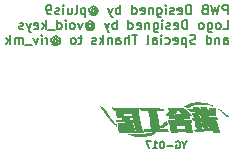
<source format=gbr>
G04 #@! TF.FileFunction,Legend,Bot*
%FSLAX46Y46*%
G04 Gerber Fmt 4.6, Leading zero omitted, Abs format (unit mm)*
G04 Created by KiCad (PCBNEW 4.0.1-stable) date 2017/09/04 6:08:59*
%MOMM*%
G01*
G04 APERTURE LIST*
%ADD10C,0.100000*%
%ADD11C,0.150000*%
%ADD12C,0.002540*%
%ADD13R,1.797000X1.797000*%
%ADD14C,1.797000*%
%ADD15R,1.924000X1.924000*%
%ADD16C,1.924000*%
%ADD17C,2.400000*%
%ADD18C,3.400000*%
%ADD19C,3.900000*%
G04 APERTURE END LIST*
D10*
D11*
X225628572Y-117285714D02*
X225628572Y-117571429D01*
X225828572Y-116971429D02*
X225628572Y-117285714D01*
X225428572Y-116971429D01*
X224914286Y-117000000D02*
X224971429Y-116971429D01*
X225057143Y-116971429D01*
X225142858Y-117000000D01*
X225200000Y-117057143D01*
X225228572Y-117114286D01*
X225257143Y-117228571D01*
X225257143Y-117314286D01*
X225228572Y-117428571D01*
X225200000Y-117485714D01*
X225142858Y-117542857D01*
X225057143Y-117571429D01*
X225000000Y-117571429D01*
X224914286Y-117542857D01*
X224885715Y-117514286D01*
X224885715Y-117314286D01*
X225000000Y-117314286D01*
X224628572Y-117342857D02*
X224171429Y-117342857D01*
X223771429Y-116971429D02*
X223714286Y-116971429D01*
X223657143Y-117000000D01*
X223628572Y-117028571D01*
X223600001Y-117085714D01*
X223571429Y-117200000D01*
X223571429Y-117342857D01*
X223600001Y-117457143D01*
X223628572Y-117514286D01*
X223657143Y-117542857D01*
X223714286Y-117571429D01*
X223771429Y-117571429D01*
X223828572Y-117542857D01*
X223857143Y-117514286D01*
X223885715Y-117457143D01*
X223914286Y-117342857D01*
X223914286Y-117200000D01*
X223885715Y-117085714D01*
X223857143Y-117028571D01*
X223828572Y-117000000D01*
X223771429Y-116971429D01*
X223000000Y-117571429D02*
X223342857Y-117571429D01*
X223171429Y-117571429D02*
X223171429Y-116971429D01*
X223228572Y-117057143D01*
X223285714Y-117114286D01*
X223342857Y-117142857D01*
X222800000Y-116971429D02*
X222400000Y-116971429D01*
X222657143Y-117571429D01*
X229309524Y-106191905D02*
X229309524Y-105391905D01*
X229004762Y-105391905D01*
X228928571Y-105430000D01*
X228890476Y-105468095D01*
X228852381Y-105544286D01*
X228852381Y-105658571D01*
X228890476Y-105734762D01*
X228928571Y-105772857D01*
X229004762Y-105810952D01*
X229309524Y-105810952D01*
X228585714Y-105391905D02*
X228395238Y-106191905D01*
X228242857Y-105620476D01*
X228090476Y-106191905D01*
X227900000Y-105391905D01*
X227328571Y-105772857D02*
X227214285Y-105810952D01*
X227176190Y-105849048D01*
X227138095Y-105925238D01*
X227138095Y-106039524D01*
X227176190Y-106115714D01*
X227214285Y-106153810D01*
X227290476Y-106191905D01*
X227595238Y-106191905D01*
X227595238Y-105391905D01*
X227328571Y-105391905D01*
X227252381Y-105430000D01*
X227214285Y-105468095D01*
X227176190Y-105544286D01*
X227176190Y-105620476D01*
X227214285Y-105696667D01*
X227252381Y-105734762D01*
X227328571Y-105772857D01*
X227595238Y-105772857D01*
X226185714Y-106191905D02*
X226185714Y-105391905D01*
X225995238Y-105391905D01*
X225880952Y-105430000D01*
X225804761Y-105506190D01*
X225766666Y-105582381D01*
X225728571Y-105734762D01*
X225728571Y-105849048D01*
X225766666Y-106001429D01*
X225804761Y-106077619D01*
X225880952Y-106153810D01*
X225995238Y-106191905D01*
X226185714Y-106191905D01*
X225080952Y-106153810D02*
X225157142Y-106191905D01*
X225309523Y-106191905D01*
X225385714Y-106153810D01*
X225423809Y-106077619D01*
X225423809Y-105772857D01*
X225385714Y-105696667D01*
X225309523Y-105658571D01*
X225157142Y-105658571D01*
X225080952Y-105696667D01*
X225042857Y-105772857D01*
X225042857Y-105849048D01*
X225423809Y-105925238D01*
X224738095Y-106153810D02*
X224661905Y-106191905D01*
X224509524Y-106191905D01*
X224433333Y-106153810D01*
X224395238Y-106077619D01*
X224395238Y-106039524D01*
X224433333Y-105963333D01*
X224509524Y-105925238D01*
X224623809Y-105925238D01*
X224700000Y-105887143D01*
X224738095Y-105810952D01*
X224738095Y-105772857D01*
X224700000Y-105696667D01*
X224623809Y-105658571D01*
X224509524Y-105658571D01*
X224433333Y-105696667D01*
X224052381Y-106191905D02*
X224052381Y-105658571D01*
X224052381Y-105391905D02*
X224090476Y-105430000D01*
X224052381Y-105468095D01*
X224014286Y-105430000D01*
X224052381Y-105391905D01*
X224052381Y-105468095D01*
X223328572Y-105658571D02*
X223328572Y-106306190D01*
X223366667Y-106382381D01*
X223404762Y-106420476D01*
X223480953Y-106458571D01*
X223595238Y-106458571D01*
X223671429Y-106420476D01*
X223328572Y-106153810D02*
X223404762Y-106191905D01*
X223557143Y-106191905D01*
X223633334Y-106153810D01*
X223671429Y-106115714D01*
X223709524Y-106039524D01*
X223709524Y-105810952D01*
X223671429Y-105734762D01*
X223633334Y-105696667D01*
X223557143Y-105658571D01*
X223404762Y-105658571D01*
X223328572Y-105696667D01*
X222947619Y-105658571D02*
X222947619Y-106191905D01*
X222947619Y-105734762D02*
X222909524Y-105696667D01*
X222833333Y-105658571D01*
X222719047Y-105658571D01*
X222642857Y-105696667D01*
X222604762Y-105772857D01*
X222604762Y-106191905D01*
X221919047Y-106153810D02*
X221995237Y-106191905D01*
X222147618Y-106191905D01*
X222223809Y-106153810D01*
X222261904Y-106077619D01*
X222261904Y-105772857D01*
X222223809Y-105696667D01*
X222147618Y-105658571D01*
X221995237Y-105658571D01*
X221919047Y-105696667D01*
X221880952Y-105772857D01*
X221880952Y-105849048D01*
X222261904Y-105925238D01*
X221195238Y-106191905D02*
X221195238Y-105391905D01*
X221195238Y-106153810D02*
X221271428Y-106191905D01*
X221423809Y-106191905D01*
X221500000Y-106153810D01*
X221538095Y-106115714D01*
X221576190Y-106039524D01*
X221576190Y-105810952D01*
X221538095Y-105734762D01*
X221500000Y-105696667D01*
X221423809Y-105658571D01*
X221271428Y-105658571D01*
X221195238Y-105696667D01*
X220204761Y-106191905D02*
X220204761Y-105391905D01*
X220204761Y-105696667D02*
X220128570Y-105658571D01*
X219976189Y-105658571D01*
X219899999Y-105696667D01*
X219861904Y-105734762D01*
X219823808Y-105810952D01*
X219823808Y-106039524D01*
X219861904Y-106115714D01*
X219899999Y-106153810D01*
X219976189Y-106191905D01*
X220128570Y-106191905D01*
X220204761Y-106153810D01*
X219557141Y-105658571D02*
X219366665Y-106191905D01*
X219176189Y-105658571D02*
X219366665Y-106191905D01*
X219442856Y-106382381D01*
X219480951Y-106420476D01*
X219557141Y-106458571D01*
X217766665Y-105810952D02*
X217804760Y-105772857D01*
X217880950Y-105734762D01*
X217957141Y-105734762D01*
X218033331Y-105772857D01*
X218071427Y-105810952D01*
X218109522Y-105887143D01*
X218109522Y-105963333D01*
X218071427Y-106039524D01*
X218033331Y-106077619D01*
X217957141Y-106115714D01*
X217880950Y-106115714D01*
X217804760Y-106077619D01*
X217766665Y-106039524D01*
X217766665Y-105734762D02*
X217766665Y-106039524D01*
X217728569Y-106077619D01*
X217690474Y-106077619D01*
X217614284Y-106039524D01*
X217576189Y-105963333D01*
X217576189Y-105772857D01*
X217652379Y-105658571D01*
X217766665Y-105582381D01*
X217919046Y-105544286D01*
X218071427Y-105582381D01*
X218185712Y-105658571D01*
X218261903Y-105772857D01*
X218299998Y-105925238D01*
X218261903Y-106077619D01*
X218185712Y-106191905D01*
X218071427Y-106268095D01*
X217919046Y-106306190D01*
X217766665Y-106268095D01*
X217652379Y-106191905D01*
X217233332Y-105658571D02*
X217233332Y-106458571D01*
X217233332Y-105696667D02*
X217157141Y-105658571D01*
X217004760Y-105658571D01*
X216928570Y-105696667D01*
X216890475Y-105734762D01*
X216852379Y-105810952D01*
X216852379Y-106039524D01*
X216890475Y-106115714D01*
X216928570Y-106153810D01*
X217004760Y-106191905D01*
X217157141Y-106191905D01*
X217233332Y-106153810D01*
X216395236Y-106191905D02*
X216471427Y-106153810D01*
X216509522Y-106077619D01*
X216509522Y-105391905D01*
X215747617Y-105658571D02*
X215747617Y-106191905D01*
X216090474Y-105658571D02*
X216090474Y-106077619D01*
X216052379Y-106153810D01*
X215976188Y-106191905D01*
X215861902Y-106191905D01*
X215785712Y-106153810D01*
X215747617Y-106115714D01*
X215366664Y-106191905D02*
X215366664Y-105658571D01*
X215366664Y-105391905D02*
X215404759Y-105430000D01*
X215366664Y-105468095D01*
X215328569Y-105430000D01*
X215366664Y-105391905D01*
X215366664Y-105468095D01*
X215023807Y-106153810D02*
X214947617Y-106191905D01*
X214795236Y-106191905D01*
X214719045Y-106153810D01*
X214680950Y-106077619D01*
X214680950Y-106039524D01*
X214719045Y-105963333D01*
X214795236Y-105925238D01*
X214909521Y-105925238D01*
X214985712Y-105887143D01*
X215023807Y-105810952D01*
X215023807Y-105772857D01*
X214985712Y-105696667D01*
X214909521Y-105658571D01*
X214795236Y-105658571D01*
X214719045Y-105696667D01*
X214299998Y-106191905D02*
X214147617Y-106191905D01*
X214071426Y-106153810D01*
X214033331Y-106115714D01*
X213957140Y-106001429D01*
X213919045Y-105849048D01*
X213919045Y-105544286D01*
X213957140Y-105468095D01*
X213995236Y-105430000D01*
X214071426Y-105391905D01*
X214223807Y-105391905D01*
X214299998Y-105430000D01*
X214338093Y-105468095D01*
X214376188Y-105544286D01*
X214376188Y-105734762D01*
X214338093Y-105810952D01*
X214299998Y-105849048D01*
X214223807Y-105887143D01*
X214071426Y-105887143D01*
X213995236Y-105849048D01*
X213957140Y-105810952D01*
X213919045Y-105734762D01*
X228928571Y-107461905D02*
X229309524Y-107461905D01*
X229309524Y-106661905D01*
X228547619Y-107461905D02*
X228623810Y-107423810D01*
X228661905Y-107385714D01*
X228700000Y-107309524D01*
X228700000Y-107080952D01*
X228661905Y-107004762D01*
X228623810Y-106966667D01*
X228547619Y-106928571D01*
X228433333Y-106928571D01*
X228357143Y-106966667D01*
X228319048Y-107004762D01*
X228280952Y-107080952D01*
X228280952Y-107309524D01*
X228319048Y-107385714D01*
X228357143Y-107423810D01*
X228433333Y-107461905D01*
X228547619Y-107461905D01*
X227595238Y-106928571D02*
X227595238Y-107576190D01*
X227633333Y-107652381D01*
X227671428Y-107690476D01*
X227747619Y-107728571D01*
X227861904Y-107728571D01*
X227938095Y-107690476D01*
X227595238Y-107423810D02*
X227671428Y-107461905D01*
X227823809Y-107461905D01*
X227900000Y-107423810D01*
X227938095Y-107385714D01*
X227976190Y-107309524D01*
X227976190Y-107080952D01*
X227938095Y-107004762D01*
X227900000Y-106966667D01*
X227823809Y-106928571D01*
X227671428Y-106928571D01*
X227595238Y-106966667D01*
X227099999Y-107461905D02*
X227176190Y-107423810D01*
X227214285Y-107385714D01*
X227252380Y-107309524D01*
X227252380Y-107080952D01*
X227214285Y-107004762D01*
X227176190Y-106966667D01*
X227099999Y-106928571D01*
X226985713Y-106928571D01*
X226909523Y-106966667D01*
X226871428Y-107004762D01*
X226833332Y-107080952D01*
X226833332Y-107309524D01*
X226871428Y-107385714D01*
X226909523Y-107423810D01*
X226985713Y-107461905D01*
X227099999Y-107461905D01*
X225880951Y-107461905D02*
X225880951Y-106661905D01*
X225690475Y-106661905D01*
X225576189Y-106700000D01*
X225499998Y-106776190D01*
X225461903Y-106852381D01*
X225423808Y-107004762D01*
X225423808Y-107119048D01*
X225461903Y-107271429D01*
X225499998Y-107347619D01*
X225576189Y-107423810D01*
X225690475Y-107461905D01*
X225880951Y-107461905D01*
X224776189Y-107423810D02*
X224852379Y-107461905D01*
X225004760Y-107461905D01*
X225080951Y-107423810D01*
X225119046Y-107347619D01*
X225119046Y-107042857D01*
X225080951Y-106966667D01*
X225004760Y-106928571D01*
X224852379Y-106928571D01*
X224776189Y-106966667D01*
X224738094Y-107042857D01*
X224738094Y-107119048D01*
X225119046Y-107195238D01*
X224433332Y-107423810D02*
X224357142Y-107461905D01*
X224204761Y-107461905D01*
X224128570Y-107423810D01*
X224090475Y-107347619D01*
X224090475Y-107309524D01*
X224128570Y-107233333D01*
X224204761Y-107195238D01*
X224319046Y-107195238D01*
X224395237Y-107157143D01*
X224433332Y-107080952D01*
X224433332Y-107042857D01*
X224395237Y-106966667D01*
X224319046Y-106928571D01*
X224204761Y-106928571D01*
X224128570Y-106966667D01*
X223747618Y-107461905D02*
X223747618Y-106928571D01*
X223747618Y-106661905D02*
X223785713Y-106700000D01*
X223747618Y-106738095D01*
X223709523Y-106700000D01*
X223747618Y-106661905D01*
X223747618Y-106738095D01*
X223023809Y-106928571D02*
X223023809Y-107576190D01*
X223061904Y-107652381D01*
X223099999Y-107690476D01*
X223176190Y-107728571D01*
X223290475Y-107728571D01*
X223366666Y-107690476D01*
X223023809Y-107423810D02*
X223099999Y-107461905D01*
X223252380Y-107461905D01*
X223328571Y-107423810D01*
X223366666Y-107385714D01*
X223404761Y-107309524D01*
X223404761Y-107080952D01*
X223366666Y-107004762D01*
X223328571Y-106966667D01*
X223252380Y-106928571D01*
X223099999Y-106928571D01*
X223023809Y-106966667D01*
X222642856Y-106928571D02*
X222642856Y-107461905D01*
X222642856Y-107004762D02*
X222604761Y-106966667D01*
X222528570Y-106928571D01*
X222414284Y-106928571D01*
X222338094Y-106966667D01*
X222299999Y-107042857D01*
X222299999Y-107461905D01*
X221614284Y-107423810D02*
X221690474Y-107461905D01*
X221842855Y-107461905D01*
X221919046Y-107423810D01*
X221957141Y-107347619D01*
X221957141Y-107042857D01*
X221919046Y-106966667D01*
X221842855Y-106928571D01*
X221690474Y-106928571D01*
X221614284Y-106966667D01*
X221576189Y-107042857D01*
X221576189Y-107119048D01*
X221957141Y-107195238D01*
X220890475Y-107461905D02*
X220890475Y-106661905D01*
X220890475Y-107423810D02*
X220966665Y-107461905D01*
X221119046Y-107461905D01*
X221195237Y-107423810D01*
X221233332Y-107385714D01*
X221271427Y-107309524D01*
X221271427Y-107080952D01*
X221233332Y-107004762D01*
X221195237Y-106966667D01*
X221119046Y-106928571D01*
X220966665Y-106928571D01*
X220890475Y-106966667D01*
X219899998Y-107461905D02*
X219899998Y-106661905D01*
X219899998Y-106966667D02*
X219823807Y-106928571D01*
X219671426Y-106928571D01*
X219595236Y-106966667D01*
X219557141Y-107004762D01*
X219519045Y-107080952D01*
X219519045Y-107309524D01*
X219557141Y-107385714D01*
X219595236Y-107423810D01*
X219671426Y-107461905D01*
X219823807Y-107461905D01*
X219899998Y-107423810D01*
X219252378Y-106928571D02*
X219061902Y-107461905D01*
X218871426Y-106928571D02*
X219061902Y-107461905D01*
X219138093Y-107652381D01*
X219176188Y-107690476D01*
X219252378Y-107728571D01*
X217461902Y-107080952D02*
X217499997Y-107042857D01*
X217576187Y-107004762D01*
X217652378Y-107004762D01*
X217728568Y-107042857D01*
X217766664Y-107080952D01*
X217804759Y-107157143D01*
X217804759Y-107233333D01*
X217766664Y-107309524D01*
X217728568Y-107347619D01*
X217652378Y-107385714D01*
X217576187Y-107385714D01*
X217499997Y-107347619D01*
X217461902Y-107309524D01*
X217461902Y-107004762D02*
X217461902Y-107309524D01*
X217423806Y-107347619D01*
X217385711Y-107347619D01*
X217309521Y-107309524D01*
X217271426Y-107233333D01*
X217271426Y-107042857D01*
X217347616Y-106928571D01*
X217461902Y-106852381D01*
X217614283Y-106814286D01*
X217766664Y-106852381D01*
X217880949Y-106928571D01*
X217957140Y-107042857D01*
X217995235Y-107195238D01*
X217957140Y-107347619D01*
X217880949Y-107461905D01*
X217766664Y-107538095D01*
X217614283Y-107576190D01*
X217461902Y-107538095D01*
X217347616Y-107461905D01*
X217004759Y-106928571D02*
X216814283Y-107461905D01*
X216623807Y-106928571D01*
X216204759Y-107461905D02*
X216280950Y-107423810D01*
X216319045Y-107385714D01*
X216357140Y-107309524D01*
X216357140Y-107080952D01*
X216319045Y-107004762D01*
X216280950Y-106966667D01*
X216204759Y-106928571D01*
X216090473Y-106928571D01*
X216014283Y-106966667D01*
X215976188Y-107004762D01*
X215938092Y-107080952D01*
X215938092Y-107309524D01*
X215976188Y-107385714D01*
X216014283Y-107423810D01*
X216090473Y-107461905D01*
X216204759Y-107461905D01*
X215595235Y-107461905D02*
X215595235Y-106928571D01*
X215595235Y-106661905D02*
X215633330Y-106700000D01*
X215595235Y-106738095D01*
X215557140Y-106700000D01*
X215595235Y-106661905D01*
X215595235Y-106738095D01*
X214871426Y-107461905D02*
X214871426Y-106661905D01*
X214871426Y-107423810D02*
X214947616Y-107461905D01*
X215099997Y-107461905D01*
X215176188Y-107423810D01*
X215214283Y-107385714D01*
X215252378Y-107309524D01*
X215252378Y-107080952D01*
X215214283Y-107004762D01*
X215176188Y-106966667D01*
X215099997Y-106928571D01*
X214947616Y-106928571D01*
X214871426Y-106966667D01*
X214680949Y-107538095D02*
X214071425Y-107538095D01*
X213880949Y-107461905D02*
X213880949Y-106661905D01*
X213804758Y-107157143D02*
X213576187Y-107461905D01*
X213576187Y-106928571D02*
X213880949Y-107233333D01*
X212928568Y-107423810D02*
X213004758Y-107461905D01*
X213157139Y-107461905D01*
X213233330Y-107423810D01*
X213271425Y-107347619D01*
X213271425Y-107042857D01*
X213233330Y-106966667D01*
X213157139Y-106928571D01*
X213004758Y-106928571D01*
X212928568Y-106966667D01*
X212890473Y-107042857D01*
X212890473Y-107119048D01*
X213271425Y-107195238D01*
X212623806Y-106928571D02*
X212433330Y-107461905D01*
X212242854Y-106928571D02*
X212433330Y-107461905D01*
X212509521Y-107652381D01*
X212547616Y-107690476D01*
X212623806Y-107728571D01*
X211976187Y-107423810D02*
X211899997Y-107461905D01*
X211747616Y-107461905D01*
X211671425Y-107423810D01*
X211633330Y-107347619D01*
X211633330Y-107309524D01*
X211671425Y-107233333D01*
X211747616Y-107195238D01*
X211861901Y-107195238D01*
X211938092Y-107157143D01*
X211976187Y-107080952D01*
X211976187Y-107042857D01*
X211938092Y-106966667D01*
X211861901Y-106928571D01*
X211747616Y-106928571D01*
X211671425Y-106966667D01*
X228966667Y-108731905D02*
X228966667Y-108312857D01*
X229004762Y-108236667D01*
X229080952Y-108198571D01*
X229233333Y-108198571D01*
X229309524Y-108236667D01*
X228966667Y-108693810D02*
X229042857Y-108731905D01*
X229233333Y-108731905D01*
X229309524Y-108693810D01*
X229347619Y-108617619D01*
X229347619Y-108541429D01*
X229309524Y-108465238D01*
X229233333Y-108427143D01*
X229042857Y-108427143D01*
X228966667Y-108389048D01*
X228585714Y-108198571D02*
X228585714Y-108731905D01*
X228585714Y-108274762D02*
X228547619Y-108236667D01*
X228471428Y-108198571D01*
X228357142Y-108198571D01*
X228280952Y-108236667D01*
X228242857Y-108312857D01*
X228242857Y-108731905D01*
X227519047Y-108731905D02*
X227519047Y-107931905D01*
X227519047Y-108693810D02*
X227595237Y-108731905D01*
X227747618Y-108731905D01*
X227823809Y-108693810D01*
X227861904Y-108655714D01*
X227899999Y-108579524D01*
X227899999Y-108350952D01*
X227861904Y-108274762D01*
X227823809Y-108236667D01*
X227747618Y-108198571D01*
X227595237Y-108198571D01*
X227519047Y-108236667D01*
X226566665Y-108693810D02*
X226452379Y-108731905D01*
X226261903Y-108731905D01*
X226185713Y-108693810D01*
X226147617Y-108655714D01*
X226109522Y-108579524D01*
X226109522Y-108503333D01*
X226147617Y-108427143D01*
X226185713Y-108389048D01*
X226261903Y-108350952D01*
X226414284Y-108312857D01*
X226490475Y-108274762D01*
X226528570Y-108236667D01*
X226566665Y-108160476D01*
X226566665Y-108084286D01*
X226528570Y-108008095D01*
X226490475Y-107970000D01*
X226414284Y-107931905D01*
X226223808Y-107931905D01*
X226109522Y-107970000D01*
X225766665Y-108198571D02*
X225766665Y-108998571D01*
X225766665Y-108236667D02*
X225690474Y-108198571D01*
X225538093Y-108198571D01*
X225461903Y-108236667D01*
X225423808Y-108274762D01*
X225385712Y-108350952D01*
X225385712Y-108579524D01*
X225423808Y-108655714D01*
X225461903Y-108693810D01*
X225538093Y-108731905D01*
X225690474Y-108731905D01*
X225766665Y-108693810D01*
X224738093Y-108693810D02*
X224814283Y-108731905D01*
X224966664Y-108731905D01*
X225042855Y-108693810D01*
X225080950Y-108617619D01*
X225080950Y-108312857D01*
X225042855Y-108236667D01*
X224966664Y-108198571D01*
X224814283Y-108198571D01*
X224738093Y-108236667D01*
X224699998Y-108312857D01*
X224699998Y-108389048D01*
X225080950Y-108465238D01*
X224014284Y-108693810D02*
X224090474Y-108731905D01*
X224242855Y-108731905D01*
X224319046Y-108693810D01*
X224357141Y-108655714D01*
X224395236Y-108579524D01*
X224395236Y-108350952D01*
X224357141Y-108274762D01*
X224319046Y-108236667D01*
X224242855Y-108198571D01*
X224090474Y-108198571D01*
X224014284Y-108236667D01*
X223671427Y-108731905D02*
X223671427Y-108198571D01*
X223671427Y-107931905D02*
X223709522Y-107970000D01*
X223671427Y-108008095D01*
X223633332Y-107970000D01*
X223671427Y-107931905D01*
X223671427Y-108008095D01*
X222947618Y-108731905D02*
X222947618Y-108312857D01*
X222985713Y-108236667D01*
X223061903Y-108198571D01*
X223214284Y-108198571D01*
X223290475Y-108236667D01*
X222947618Y-108693810D02*
X223023808Y-108731905D01*
X223214284Y-108731905D01*
X223290475Y-108693810D01*
X223328570Y-108617619D01*
X223328570Y-108541429D01*
X223290475Y-108465238D01*
X223214284Y-108427143D01*
X223023808Y-108427143D01*
X222947618Y-108389048D01*
X222452379Y-108731905D02*
X222528570Y-108693810D01*
X222566665Y-108617619D01*
X222566665Y-107931905D01*
X221652379Y-107931905D02*
X221195236Y-107931905D01*
X221423807Y-108731905D02*
X221423807Y-107931905D01*
X220928569Y-108731905D02*
X220928569Y-107931905D01*
X220585712Y-108731905D02*
X220585712Y-108312857D01*
X220623807Y-108236667D01*
X220699997Y-108198571D01*
X220814283Y-108198571D01*
X220890474Y-108236667D01*
X220928569Y-108274762D01*
X219861902Y-108731905D02*
X219861902Y-108312857D01*
X219899997Y-108236667D01*
X219976187Y-108198571D01*
X220128568Y-108198571D01*
X220204759Y-108236667D01*
X219861902Y-108693810D02*
X219938092Y-108731905D01*
X220128568Y-108731905D01*
X220204759Y-108693810D01*
X220242854Y-108617619D01*
X220242854Y-108541429D01*
X220204759Y-108465238D01*
X220128568Y-108427143D01*
X219938092Y-108427143D01*
X219861902Y-108389048D01*
X219480949Y-108198571D02*
X219480949Y-108731905D01*
X219480949Y-108274762D02*
X219442854Y-108236667D01*
X219366663Y-108198571D01*
X219252377Y-108198571D01*
X219176187Y-108236667D01*
X219138092Y-108312857D01*
X219138092Y-108731905D01*
X218757139Y-108731905D02*
X218757139Y-107931905D01*
X218680948Y-108427143D02*
X218452377Y-108731905D01*
X218452377Y-108198571D02*
X218757139Y-108503333D01*
X218147615Y-108693810D02*
X218071425Y-108731905D01*
X217919044Y-108731905D01*
X217842853Y-108693810D01*
X217804758Y-108617619D01*
X217804758Y-108579524D01*
X217842853Y-108503333D01*
X217919044Y-108465238D01*
X218033329Y-108465238D01*
X218109520Y-108427143D01*
X218147615Y-108350952D01*
X218147615Y-108312857D01*
X218109520Y-108236667D01*
X218033329Y-108198571D01*
X217919044Y-108198571D01*
X217842853Y-108236667D01*
X216966663Y-108198571D02*
X216661901Y-108198571D01*
X216852377Y-107931905D02*
X216852377Y-108617619D01*
X216814282Y-108693810D01*
X216738091Y-108731905D01*
X216661901Y-108731905D01*
X216280948Y-108731905D02*
X216357139Y-108693810D01*
X216395234Y-108655714D01*
X216433329Y-108579524D01*
X216433329Y-108350952D01*
X216395234Y-108274762D01*
X216357139Y-108236667D01*
X216280948Y-108198571D01*
X216166662Y-108198571D01*
X216090472Y-108236667D01*
X216052377Y-108274762D01*
X216014281Y-108350952D01*
X216014281Y-108579524D01*
X216052377Y-108655714D01*
X216090472Y-108693810D01*
X216166662Y-108731905D01*
X216280948Y-108731905D01*
X214566662Y-108350952D02*
X214604757Y-108312857D01*
X214680947Y-108274762D01*
X214757138Y-108274762D01*
X214833328Y-108312857D01*
X214871424Y-108350952D01*
X214909519Y-108427143D01*
X214909519Y-108503333D01*
X214871424Y-108579524D01*
X214833328Y-108617619D01*
X214757138Y-108655714D01*
X214680947Y-108655714D01*
X214604757Y-108617619D01*
X214566662Y-108579524D01*
X214566662Y-108274762D02*
X214566662Y-108579524D01*
X214528566Y-108617619D01*
X214490471Y-108617619D01*
X214414281Y-108579524D01*
X214376186Y-108503333D01*
X214376186Y-108312857D01*
X214452376Y-108198571D01*
X214566662Y-108122381D01*
X214719043Y-108084286D01*
X214871424Y-108122381D01*
X214985709Y-108198571D01*
X215061900Y-108312857D01*
X215099995Y-108465238D01*
X215061900Y-108617619D01*
X214985709Y-108731905D01*
X214871424Y-108808095D01*
X214719043Y-108846190D01*
X214566662Y-108808095D01*
X214452376Y-108731905D01*
X214033329Y-108731905D02*
X214033329Y-108198571D01*
X214033329Y-108350952D02*
X213995234Y-108274762D01*
X213957138Y-108236667D01*
X213880948Y-108198571D01*
X213804757Y-108198571D01*
X213538091Y-108731905D02*
X213538091Y-108198571D01*
X213538091Y-107931905D02*
X213576186Y-107970000D01*
X213538091Y-108008095D01*
X213499996Y-107970000D01*
X213538091Y-107931905D01*
X213538091Y-108008095D01*
X213233329Y-108198571D02*
X213042853Y-108731905D01*
X212852377Y-108198571D01*
X212738091Y-108808095D02*
X212128567Y-108808095D01*
X211938091Y-108731905D02*
X211938091Y-108198571D01*
X211938091Y-108274762D02*
X211899996Y-108236667D01*
X211823805Y-108198571D01*
X211709519Y-108198571D01*
X211633329Y-108236667D01*
X211595234Y-108312857D01*
X211595234Y-108731905D01*
X211595234Y-108312857D02*
X211557138Y-108236667D01*
X211480948Y-108198571D01*
X211366662Y-108198571D01*
X211290472Y-108236667D01*
X211252377Y-108312857D01*
X211252377Y-108731905D01*
X210871424Y-108731905D02*
X210871424Y-107931905D01*
X210795233Y-108427143D02*
X210566662Y-108731905D01*
X210566662Y-108198571D02*
X210871424Y-108503333D01*
D12*
G36*
X220829140Y-116311580D02*
X220979000Y-116370000D01*
X221212680Y-116446200D01*
X221456520Y-116502080D01*
X221697820Y-116535100D01*
X221936580Y-116542720D01*
X222132160Y-116532560D01*
X222307420Y-116504620D01*
X222497920Y-116461440D01*
X222688420Y-116408100D01*
X222871300Y-116344600D01*
X223036400Y-116273480D01*
X223054180Y-116265860D01*
X223160860Y-116215060D01*
X222886540Y-116217600D01*
X222787480Y-116220140D01*
X222711280Y-116222680D01*
X222652860Y-116227760D01*
X222602060Y-116232840D01*
X222556340Y-116243000D01*
X222503000Y-116255700D01*
X222439500Y-116276020D01*
X222434420Y-116278560D01*
X222271860Y-116321740D01*
X222114380Y-116352220D01*
X221949280Y-116370000D01*
X221768940Y-116377620D01*
X221629240Y-116375080D01*
X221484460Y-116370000D01*
X221365080Y-116359840D01*
X221260940Y-116344600D01*
X221212680Y-116334440D01*
X221067900Y-116311580D01*
X220945980Y-116306500D01*
X220829140Y-116311580D01*
X220829140Y-116311580D01*
X220829140Y-116311580D01*
G37*
X220829140Y-116311580D02*
X220979000Y-116370000D01*
X221212680Y-116446200D01*
X221456520Y-116502080D01*
X221697820Y-116535100D01*
X221936580Y-116542720D01*
X222132160Y-116532560D01*
X222307420Y-116504620D01*
X222497920Y-116461440D01*
X222688420Y-116408100D01*
X222871300Y-116344600D01*
X223036400Y-116273480D01*
X223054180Y-116265860D01*
X223160860Y-116215060D01*
X222886540Y-116217600D01*
X222787480Y-116220140D01*
X222711280Y-116222680D01*
X222652860Y-116227760D01*
X222602060Y-116232840D01*
X222556340Y-116243000D01*
X222503000Y-116255700D01*
X222439500Y-116276020D01*
X222434420Y-116278560D01*
X222271860Y-116321740D01*
X222114380Y-116352220D01*
X221949280Y-116370000D01*
X221768940Y-116377620D01*
X221629240Y-116375080D01*
X221484460Y-116370000D01*
X221365080Y-116359840D01*
X221260940Y-116344600D01*
X221212680Y-116334440D01*
X221067900Y-116311580D01*
X220945980Y-116306500D01*
X220829140Y-116311580D01*
X220829140Y-116311580D01*
G36*
X226480640Y-115976300D02*
X226483180Y-115991540D01*
X226495880Y-116024560D01*
X226513660Y-116057580D01*
X226536520Y-116103300D01*
X226556840Y-116123620D01*
X226577160Y-116131240D01*
X226594940Y-116128700D01*
X226617800Y-116123620D01*
X226668600Y-116118540D01*
X226742260Y-116108380D01*
X226836240Y-116098220D01*
X226948000Y-116085520D01*
X227072460Y-116070280D01*
X227207080Y-116055040D01*
X227290900Y-116044880D01*
X227430600Y-116027100D01*
X227562680Y-116011860D01*
X227682060Y-115999160D01*
X227786200Y-115986460D01*
X227872560Y-115976300D01*
X227936060Y-115968680D01*
X227976700Y-115963600D01*
X227986860Y-115961060D01*
X228007180Y-115961060D01*
X228022420Y-115968680D01*
X228035120Y-115991540D01*
X228047820Y-116034720D01*
X228055440Y-116060120D01*
X228080840Y-116166800D01*
X228322140Y-116166800D01*
X228560900Y-116166800D01*
X228530420Y-116057580D01*
X228517720Y-116011860D01*
X228497400Y-115945820D01*
X228474540Y-115856920D01*
X228444060Y-115755320D01*
X228413580Y-115643560D01*
X228380560Y-115526720D01*
X228372940Y-115503860D01*
X228248480Y-115061900D01*
X228306900Y-115056820D01*
X228337380Y-115054280D01*
X228352620Y-115049200D01*
X228360240Y-115033960D01*
X228355160Y-115003480D01*
X228345000Y-114947600D01*
X228342460Y-114939980D01*
X228334840Y-114901880D01*
X228042740Y-114901880D01*
X227753180Y-114901880D01*
X227763340Y-114967920D01*
X227768420Y-114998400D01*
X227783660Y-115056820D01*
X227801440Y-115133020D01*
X227826840Y-115224460D01*
X227852240Y-115326060D01*
X227875100Y-115409880D01*
X227910660Y-115539420D01*
X227938600Y-115643560D01*
X227956380Y-115719760D01*
X227964000Y-115770560D01*
X227964000Y-115793420D01*
X227964000Y-115793420D01*
X227946220Y-115798500D01*
X227900500Y-115803580D01*
X227829380Y-115811200D01*
X227737940Y-115823900D01*
X227631260Y-115836600D01*
X227506800Y-115851840D01*
X227369640Y-115867080D01*
X227222320Y-115884860D01*
X227214700Y-115884860D01*
X227069920Y-115902640D01*
X226932760Y-115917880D01*
X226810840Y-115933120D01*
X226701620Y-115945820D01*
X226610180Y-115958520D01*
X226541600Y-115966140D01*
X226498420Y-115971220D01*
X226480640Y-115976300D01*
X226480640Y-115976300D01*
X226480640Y-115976300D01*
G37*
X226480640Y-115976300D02*
X226483180Y-115991540D01*
X226495880Y-116024560D01*
X226513660Y-116057580D01*
X226536520Y-116103300D01*
X226556840Y-116123620D01*
X226577160Y-116131240D01*
X226594940Y-116128700D01*
X226617800Y-116123620D01*
X226668600Y-116118540D01*
X226742260Y-116108380D01*
X226836240Y-116098220D01*
X226948000Y-116085520D01*
X227072460Y-116070280D01*
X227207080Y-116055040D01*
X227290900Y-116044880D01*
X227430600Y-116027100D01*
X227562680Y-116011860D01*
X227682060Y-115999160D01*
X227786200Y-115986460D01*
X227872560Y-115976300D01*
X227936060Y-115968680D01*
X227976700Y-115963600D01*
X227986860Y-115961060D01*
X228007180Y-115961060D01*
X228022420Y-115968680D01*
X228035120Y-115991540D01*
X228047820Y-116034720D01*
X228055440Y-116060120D01*
X228080840Y-116166800D01*
X228322140Y-116166800D01*
X228560900Y-116166800D01*
X228530420Y-116057580D01*
X228517720Y-116011860D01*
X228497400Y-115945820D01*
X228474540Y-115856920D01*
X228444060Y-115755320D01*
X228413580Y-115643560D01*
X228380560Y-115526720D01*
X228372940Y-115503860D01*
X228248480Y-115061900D01*
X228306900Y-115056820D01*
X228337380Y-115054280D01*
X228352620Y-115049200D01*
X228360240Y-115033960D01*
X228355160Y-115003480D01*
X228345000Y-114947600D01*
X228342460Y-114939980D01*
X228334840Y-114901880D01*
X228042740Y-114901880D01*
X227753180Y-114901880D01*
X227763340Y-114967920D01*
X227768420Y-114998400D01*
X227783660Y-115056820D01*
X227801440Y-115133020D01*
X227826840Y-115224460D01*
X227852240Y-115326060D01*
X227875100Y-115409880D01*
X227910660Y-115539420D01*
X227938600Y-115643560D01*
X227956380Y-115719760D01*
X227964000Y-115770560D01*
X227964000Y-115793420D01*
X227964000Y-115793420D01*
X227946220Y-115798500D01*
X227900500Y-115803580D01*
X227829380Y-115811200D01*
X227737940Y-115823900D01*
X227631260Y-115836600D01*
X227506800Y-115851840D01*
X227369640Y-115867080D01*
X227222320Y-115884860D01*
X227214700Y-115884860D01*
X227069920Y-115902640D01*
X226932760Y-115917880D01*
X226810840Y-115933120D01*
X226701620Y-115945820D01*
X226610180Y-115958520D01*
X226541600Y-115966140D01*
X226498420Y-115971220D01*
X226480640Y-115976300D01*
X226480640Y-115976300D01*
G36*
X224359740Y-115458140D02*
X224362280Y-115463220D01*
X224364820Y-115486080D01*
X224374980Y-115534340D01*
X224387680Y-115602920D01*
X224402920Y-115686740D01*
X224418160Y-115783260D01*
X224428320Y-115828980D01*
X224486740Y-116166800D01*
X224743280Y-116166800D01*
X224905840Y-116166800D01*
X224905840Y-115613080D01*
X224908380Y-115605460D01*
X224918540Y-115600380D01*
X224936320Y-115595300D01*
X224969340Y-115592760D01*
X225020140Y-115590220D01*
X225091260Y-115587680D01*
X225185240Y-115587680D01*
X225279220Y-115587680D01*
X225650060Y-115587680D01*
X225665300Y-115684200D01*
X225678000Y-115747700D01*
X225688160Y-115813740D01*
X225693240Y-115851840D01*
X225703400Y-115922960D01*
X225330020Y-115922960D01*
X224956640Y-115922960D01*
X224931240Y-115780720D01*
X224921080Y-115717220D01*
X224910920Y-115661340D01*
X224905840Y-115623240D01*
X224905840Y-115613080D01*
X224905840Y-116166800D01*
X224999820Y-116166800D01*
X224994740Y-116128700D01*
X224987120Y-116090600D01*
X225365580Y-116090600D01*
X225744040Y-116090600D01*
X225744040Y-116128700D01*
X225744040Y-116166800D01*
X226005660Y-116166800D01*
X226264740Y-116166800D01*
X226257120Y-116131240D01*
X226252040Y-116108380D01*
X226244420Y-116057580D01*
X226231720Y-115989000D01*
X226216480Y-115902640D01*
X226198700Y-115806120D01*
X226193620Y-115765480D01*
X226135200Y-115435280D01*
X225243660Y-115435280D01*
X225058240Y-115435280D01*
X224898220Y-115435280D01*
X224766140Y-115435280D01*
X224656920Y-115435280D01*
X224568020Y-115437820D01*
X224499440Y-115437820D01*
X224448640Y-115440360D01*
X224410540Y-115442900D01*
X224385140Y-115445440D01*
X224369900Y-115450520D01*
X224362280Y-115453060D01*
X224359740Y-115458140D01*
X224359740Y-115458140D01*
X224359740Y-115458140D01*
G37*
X224359740Y-115458140D02*
X224362280Y-115463220D01*
X224364820Y-115486080D01*
X224374980Y-115534340D01*
X224387680Y-115602920D01*
X224402920Y-115686740D01*
X224418160Y-115783260D01*
X224428320Y-115828980D01*
X224486740Y-116166800D01*
X224743280Y-116166800D01*
X224905840Y-116166800D01*
X224905840Y-115613080D01*
X224908380Y-115605460D01*
X224918540Y-115600380D01*
X224936320Y-115595300D01*
X224969340Y-115592760D01*
X225020140Y-115590220D01*
X225091260Y-115587680D01*
X225185240Y-115587680D01*
X225279220Y-115587680D01*
X225650060Y-115587680D01*
X225665300Y-115684200D01*
X225678000Y-115747700D01*
X225688160Y-115813740D01*
X225693240Y-115851840D01*
X225703400Y-115922960D01*
X225330020Y-115922960D01*
X224956640Y-115922960D01*
X224931240Y-115780720D01*
X224921080Y-115717220D01*
X224910920Y-115661340D01*
X224905840Y-115623240D01*
X224905840Y-115613080D01*
X224905840Y-116166800D01*
X224999820Y-116166800D01*
X224994740Y-116128700D01*
X224987120Y-116090600D01*
X225365580Y-116090600D01*
X225744040Y-116090600D01*
X225744040Y-116128700D01*
X225744040Y-116166800D01*
X226005660Y-116166800D01*
X226264740Y-116166800D01*
X226257120Y-116131240D01*
X226252040Y-116108380D01*
X226244420Y-116057580D01*
X226231720Y-115989000D01*
X226216480Y-115902640D01*
X226198700Y-115806120D01*
X226193620Y-115765480D01*
X226135200Y-115435280D01*
X225243660Y-115435280D01*
X225058240Y-115435280D01*
X224898220Y-115435280D01*
X224766140Y-115435280D01*
X224656920Y-115435280D01*
X224568020Y-115437820D01*
X224499440Y-115437820D01*
X224448640Y-115440360D01*
X224410540Y-115442900D01*
X224385140Y-115445440D01*
X224369900Y-115450520D01*
X224362280Y-115453060D01*
X224359740Y-115458140D01*
X224359740Y-115458140D01*
G36*
X219815680Y-114406580D02*
X219818220Y-114431980D01*
X219825840Y-114477700D01*
X219836000Y-114543740D01*
X219848700Y-114619940D01*
X219863940Y-114698680D01*
X219876640Y-114777420D01*
X219889340Y-114848540D01*
X219894420Y-114868860D01*
X219909660Y-114947600D01*
X220382100Y-114947600D01*
X220382100Y-114536120D01*
X220775800Y-114536120D01*
X221169500Y-114536120D01*
X221187280Y-114640260D01*
X221197440Y-114696140D01*
X221207600Y-114741860D01*
X221212680Y-114767260D01*
X221212680Y-114777420D01*
X221207600Y-114782500D01*
X221192360Y-114787580D01*
X221164420Y-114790120D01*
X221118700Y-114792660D01*
X221055200Y-114795200D01*
X220968840Y-114795200D01*
X220854540Y-114795200D01*
X220821520Y-114795200D01*
X220697060Y-114795200D01*
X220598000Y-114792660D01*
X220524340Y-114792660D01*
X220473540Y-114790120D01*
X220443060Y-114785040D01*
X220427820Y-114779960D01*
X220425280Y-114777420D01*
X220422740Y-114752020D01*
X220415120Y-114708840D01*
X220404960Y-114652960D01*
X220404960Y-114645340D01*
X220382100Y-114536120D01*
X220382100Y-114947600D01*
X220577680Y-114947600D01*
X221243160Y-114947600D01*
X221258400Y-115039040D01*
X221273640Y-115130480D01*
X221108540Y-115130480D01*
X220945980Y-115130480D01*
X220940900Y-115079680D01*
X220935820Y-115031420D01*
X220648800Y-115026340D01*
X220361780Y-115023800D01*
X220366860Y-115077140D01*
X220374480Y-115130480D01*
X220110320Y-115130480D01*
X219846160Y-115130480D01*
X219853780Y-115168580D01*
X219863940Y-115216840D01*
X219869020Y-115244780D01*
X219876640Y-115282880D01*
X220265260Y-115282880D01*
X220384640Y-115282880D01*
X220481160Y-115282880D01*
X220549740Y-115285420D01*
X220600540Y-115287960D01*
X220636100Y-115295580D01*
X220656420Y-115305740D01*
X220664040Y-115318440D01*
X220669120Y-115336220D01*
X220669120Y-115361620D01*
X220669120Y-115366700D01*
X220669120Y-115404800D01*
X220326220Y-115404800D01*
X220227160Y-115404800D01*
X220140800Y-115407340D01*
X220067140Y-115409880D01*
X220016340Y-115412420D01*
X219988400Y-115414960D01*
X219983320Y-115417500D01*
X219985860Y-115432740D01*
X219993480Y-115478460D01*
X220003640Y-115541960D01*
X220018880Y-115623240D01*
X220034120Y-115719760D01*
X220046820Y-115798500D01*
X220112860Y-116166800D01*
X220427820Y-116166800D01*
X220559900Y-116166800D01*
X220559900Y-115557200D01*
X220628480Y-115557200D01*
X220671660Y-115559740D01*
X220694520Y-115567360D01*
X220704680Y-115587680D01*
X220707220Y-115600380D01*
X220719920Y-115641020D01*
X220732620Y-115691820D01*
X220737700Y-115707060D01*
X220758020Y-115770560D01*
X220676740Y-115770560D01*
X220631020Y-115768020D01*
X220595460Y-115762940D01*
X220587840Y-115757860D01*
X220582760Y-115737540D01*
X220575140Y-115696900D01*
X220570060Y-115651180D01*
X220559900Y-115557200D01*
X220559900Y-116166800D01*
X220742780Y-116166800D01*
X220752940Y-116052500D01*
X220760560Y-115989000D01*
X220768180Y-115935660D01*
X220773260Y-115897560D01*
X220775800Y-115897560D01*
X220778340Y-115882320D01*
X220783420Y-115874700D01*
X220788500Y-115877240D01*
X220796120Y-115892480D01*
X220808820Y-115925500D01*
X220829140Y-115976300D01*
X220857080Y-116049960D01*
X220885020Y-116131240D01*
X220890100Y-116143940D01*
X220897720Y-116154100D01*
X220915500Y-116159180D01*
X220943440Y-116164260D01*
X220989160Y-116166800D01*
X221052660Y-116166800D01*
X221144100Y-116166800D01*
X221172040Y-116166800D01*
X221258400Y-116166800D01*
X221334600Y-116164260D01*
X221395560Y-116161720D01*
X221433660Y-116159180D01*
X221446360Y-116154100D01*
X221441280Y-116136320D01*
X221426040Y-116095680D01*
X221403180Y-116037260D01*
X221375240Y-115961060D01*
X221347300Y-115884860D01*
X221288880Y-115729920D01*
X221245700Y-115595300D01*
X221220300Y-115483540D01*
X221215220Y-115468300D01*
X221205060Y-115399720D01*
X221194900Y-115343840D01*
X221189820Y-115305740D01*
X221187280Y-115295580D01*
X221199980Y-115287960D01*
X221233000Y-115285420D01*
X221243160Y-115285420D01*
X221283800Y-115293040D01*
X221301580Y-115308280D01*
X221309200Y-115336220D01*
X221316820Y-115361620D01*
X221332060Y-115414960D01*
X221352380Y-115486080D01*
X221377780Y-115572440D01*
X221408260Y-115674040D01*
X221438740Y-115775640D01*
X221560660Y-116166800D01*
X221827360Y-116166800D01*
X222096600Y-116166800D01*
X221977220Y-115783260D01*
X221941660Y-115663880D01*
X221911180Y-115562280D01*
X221885780Y-115473380D01*
X221862920Y-115384480D01*
X221842600Y-115295580D01*
X221822280Y-115193980D01*
X221799420Y-115077140D01*
X221774020Y-114934900D01*
X221774020Y-114932360D01*
X221753700Y-114815520D01*
X221733380Y-114706300D01*
X221715600Y-114609780D01*
X221700360Y-114528500D01*
X221690200Y-114467540D01*
X221682580Y-114431980D01*
X221682580Y-114424360D01*
X221672420Y-114383720D01*
X220745320Y-114383720D01*
X220552280Y-114383720D01*
X220387180Y-114383720D01*
X220250020Y-114383720D01*
X220135720Y-114383720D01*
X220041740Y-114386260D01*
X219968080Y-114388800D01*
X219912200Y-114388800D01*
X219871560Y-114391340D01*
X219843620Y-114393880D01*
X219825840Y-114398960D01*
X219818220Y-114401500D01*
X219815680Y-114406580D01*
X219815680Y-114406580D01*
X219815680Y-114406580D01*
G37*
X219815680Y-114406580D02*
X219818220Y-114431980D01*
X219825840Y-114477700D01*
X219836000Y-114543740D01*
X219848700Y-114619940D01*
X219863940Y-114698680D01*
X219876640Y-114777420D01*
X219889340Y-114848540D01*
X219894420Y-114868860D01*
X219909660Y-114947600D01*
X220382100Y-114947600D01*
X220382100Y-114536120D01*
X220775800Y-114536120D01*
X221169500Y-114536120D01*
X221187280Y-114640260D01*
X221197440Y-114696140D01*
X221207600Y-114741860D01*
X221212680Y-114767260D01*
X221212680Y-114777420D01*
X221207600Y-114782500D01*
X221192360Y-114787580D01*
X221164420Y-114790120D01*
X221118700Y-114792660D01*
X221055200Y-114795200D01*
X220968840Y-114795200D01*
X220854540Y-114795200D01*
X220821520Y-114795200D01*
X220697060Y-114795200D01*
X220598000Y-114792660D01*
X220524340Y-114792660D01*
X220473540Y-114790120D01*
X220443060Y-114785040D01*
X220427820Y-114779960D01*
X220425280Y-114777420D01*
X220422740Y-114752020D01*
X220415120Y-114708840D01*
X220404960Y-114652960D01*
X220404960Y-114645340D01*
X220382100Y-114536120D01*
X220382100Y-114947600D01*
X220577680Y-114947600D01*
X221243160Y-114947600D01*
X221258400Y-115039040D01*
X221273640Y-115130480D01*
X221108540Y-115130480D01*
X220945980Y-115130480D01*
X220940900Y-115079680D01*
X220935820Y-115031420D01*
X220648800Y-115026340D01*
X220361780Y-115023800D01*
X220366860Y-115077140D01*
X220374480Y-115130480D01*
X220110320Y-115130480D01*
X219846160Y-115130480D01*
X219853780Y-115168580D01*
X219863940Y-115216840D01*
X219869020Y-115244780D01*
X219876640Y-115282880D01*
X220265260Y-115282880D01*
X220384640Y-115282880D01*
X220481160Y-115282880D01*
X220549740Y-115285420D01*
X220600540Y-115287960D01*
X220636100Y-115295580D01*
X220656420Y-115305740D01*
X220664040Y-115318440D01*
X220669120Y-115336220D01*
X220669120Y-115361620D01*
X220669120Y-115366700D01*
X220669120Y-115404800D01*
X220326220Y-115404800D01*
X220227160Y-115404800D01*
X220140800Y-115407340D01*
X220067140Y-115409880D01*
X220016340Y-115412420D01*
X219988400Y-115414960D01*
X219983320Y-115417500D01*
X219985860Y-115432740D01*
X219993480Y-115478460D01*
X220003640Y-115541960D01*
X220018880Y-115623240D01*
X220034120Y-115719760D01*
X220046820Y-115798500D01*
X220112860Y-116166800D01*
X220427820Y-116166800D01*
X220559900Y-116166800D01*
X220559900Y-115557200D01*
X220628480Y-115557200D01*
X220671660Y-115559740D01*
X220694520Y-115567360D01*
X220704680Y-115587680D01*
X220707220Y-115600380D01*
X220719920Y-115641020D01*
X220732620Y-115691820D01*
X220737700Y-115707060D01*
X220758020Y-115770560D01*
X220676740Y-115770560D01*
X220631020Y-115768020D01*
X220595460Y-115762940D01*
X220587840Y-115757860D01*
X220582760Y-115737540D01*
X220575140Y-115696900D01*
X220570060Y-115651180D01*
X220559900Y-115557200D01*
X220559900Y-116166800D01*
X220742780Y-116166800D01*
X220752940Y-116052500D01*
X220760560Y-115989000D01*
X220768180Y-115935660D01*
X220773260Y-115897560D01*
X220775800Y-115897560D01*
X220778340Y-115882320D01*
X220783420Y-115874700D01*
X220788500Y-115877240D01*
X220796120Y-115892480D01*
X220808820Y-115925500D01*
X220829140Y-115976300D01*
X220857080Y-116049960D01*
X220885020Y-116131240D01*
X220890100Y-116143940D01*
X220897720Y-116154100D01*
X220915500Y-116159180D01*
X220943440Y-116164260D01*
X220989160Y-116166800D01*
X221052660Y-116166800D01*
X221144100Y-116166800D01*
X221172040Y-116166800D01*
X221258400Y-116166800D01*
X221334600Y-116164260D01*
X221395560Y-116161720D01*
X221433660Y-116159180D01*
X221446360Y-116154100D01*
X221441280Y-116136320D01*
X221426040Y-116095680D01*
X221403180Y-116037260D01*
X221375240Y-115961060D01*
X221347300Y-115884860D01*
X221288880Y-115729920D01*
X221245700Y-115595300D01*
X221220300Y-115483540D01*
X221215220Y-115468300D01*
X221205060Y-115399720D01*
X221194900Y-115343840D01*
X221189820Y-115305740D01*
X221187280Y-115295580D01*
X221199980Y-115287960D01*
X221233000Y-115285420D01*
X221243160Y-115285420D01*
X221283800Y-115293040D01*
X221301580Y-115308280D01*
X221309200Y-115336220D01*
X221316820Y-115361620D01*
X221332060Y-115414960D01*
X221352380Y-115486080D01*
X221377780Y-115572440D01*
X221408260Y-115674040D01*
X221438740Y-115775640D01*
X221560660Y-116166800D01*
X221827360Y-116166800D01*
X222096600Y-116166800D01*
X221977220Y-115783260D01*
X221941660Y-115663880D01*
X221911180Y-115562280D01*
X221885780Y-115473380D01*
X221862920Y-115384480D01*
X221842600Y-115295580D01*
X221822280Y-115193980D01*
X221799420Y-115077140D01*
X221774020Y-114934900D01*
X221774020Y-114932360D01*
X221753700Y-114815520D01*
X221733380Y-114706300D01*
X221715600Y-114609780D01*
X221700360Y-114528500D01*
X221690200Y-114467540D01*
X221682580Y-114431980D01*
X221682580Y-114424360D01*
X221672420Y-114383720D01*
X220745320Y-114383720D01*
X220552280Y-114383720D01*
X220387180Y-114383720D01*
X220250020Y-114383720D01*
X220135720Y-114383720D01*
X220041740Y-114386260D01*
X219968080Y-114388800D01*
X219912200Y-114388800D01*
X219871560Y-114391340D01*
X219843620Y-114393880D01*
X219825840Y-114398960D01*
X219818220Y-114401500D01*
X219815680Y-114406580D01*
X219815680Y-114406580D01*
G36*
X221771480Y-114144960D02*
X221779100Y-114157660D01*
X221807040Y-114183060D01*
X221845140Y-114221160D01*
X221870540Y-114244020D01*
X221977220Y-114338000D01*
X222271860Y-114338000D01*
X222569040Y-114338000D01*
X222617300Y-114617400D01*
X222632540Y-114703760D01*
X222652860Y-114812980D01*
X222675720Y-114939980D01*
X222698580Y-115077140D01*
X222723980Y-115219380D01*
X222749380Y-115356540D01*
X222754460Y-115397180D01*
X222843360Y-115900100D01*
X222505540Y-115905180D01*
X222167720Y-115907720D01*
X222182960Y-115991540D01*
X222198200Y-116075360D01*
X223198960Y-116075360D01*
X224199720Y-116075360D01*
X224189560Y-116011860D01*
X224179400Y-115966140D01*
X224176860Y-115933120D01*
X224174320Y-115925500D01*
X224166700Y-115920420D01*
X224143840Y-115915340D01*
X224103200Y-115912800D01*
X224039700Y-115910260D01*
X223948260Y-115907720D01*
X223839040Y-115907720D01*
X223729820Y-115907720D01*
X223648540Y-115907720D01*
X223587580Y-115905180D01*
X223546940Y-115902640D01*
X223521540Y-115900100D01*
X223506300Y-115892480D01*
X223498680Y-115884860D01*
X223496140Y-115874700D01*
X223496140Y-115874700D01*
X223491060Y-115851840D01*
X223483440Y-115803580D01*
X223470740Y-115732460D01*
X223452960Y-115643560D01*
X223435180Y-115536880D01*
X223414860Y-115420040D01*
X223392000Y-115295580D01*
X223369140Y-115166040D01*
X223346280Y-115033960D01*
X223323420Y-114904420D01*
X223303100Y-114779960D01*
X223282780Y-114665660D01*
X223265000Y-114564060D01*
X223249760Y-114477700D01*
X223239600Y-114411660D01*
X223231980Y-114368480D01*
X223229440Y-114350700D01*
X223244680Y-114348160D01*
X223285320Y-114343080D01*
X223346280Y-114340540D01*
X223425020Y-114338000D01*
X223516460Y-114338000D01*
X223521540Y-114338000D01*
X223813640Y-114338000D01*
X223803480Y-114289740D01*
X223795860Y-114246560D01*
X223793320Y-114213540D01*
X223793320Y-114208460D01*
X223788240Y-114203380D01*
X223778080Y-114198300D01*
X223760300Y-114195760D01*
X223732360Y-114193220D01*
X223691720Y-114190680D01*
X223638380Y-114188140D01*
X223564720Y-114188140D01*
X223473280Y-114185600D01*
X223361520Y-114185600D01*
X223224360Y-114185600D01*
X223061800Y-114185600D01*
X222878920Y-114185600D01*
X222683340Y-114185600D01*
X222515700Y-114185600D01*
X222373460Y-114185600D01*
X222254080Y-114183060D01*
X222157560Y-114183060D01*
X222078820Y-114180520D01*
X222015320Y-114177980D01*
X221964520Y-114175440D01*
X221926420Y-114172900D01*
X221895940Y-114167820D01*
X221873080Y-114162740D01*
X221870540Y-114162740D01*
X221822280Y-114150040D01*
X221784180Y-114144960D01*
X221771480Y-114144960D01*
X221771480Y-114144960D01*
X221771480Y-114144960D01*
G37*
X221771480Y-114144960D02*
X221779100Y-114157660D01*
X221807040Y-114183060D01*
X221845140Y-114221160D01*
X221870540Y-114244020D01*
X221977220Y-114338000D01*
X222271860Y-114338000D01*
X222569040Y-114338000D01*
X222617300Y-114617400D01*
X222632540Y-114703760D01*
X222652860Y-114812980D01*
X222675720Y-114939980D01*
X222698580Y-115077140D01*
X222723980Y-115219380D01*
X222749380Y-115356540D01*
X222754460Y-115397180D01*
X222843360Y-115900100D01*
X222505540Y-115905180D01*
X222167720Y-115907720D01*
X222182960Y-115991540D01*
X222198200Y-116075360D01*
X223198960Y-116075360D01*
X224199720Y-116075360D01*
X224189560Y-116011860D01*
X224179400Y-115966140D01*
X224176860Y-115933120D01*
X224174320Y-115925500D01*
X224166700Y-115920420D01*
X224143840Y-115915340D01*
X224103200Y-115912800D01*
X224039700Y-115910260D01*
X223948260Y-115907720D01*
X223839040Y-115907720D01*
X223729820Y-115907720D01*
X223648540Y-115907720D01*
X223587580Y-115905180D01*
X223546940Y-115902640D01*
X223521540Y-115900100D01*
X223506300Y-115892480D01*
X223498680Y-115884860D01*
X223496140Y-115874700D01*
X223496140Y-115874700D01*
X223491060Y-115851840D01*
X223483440Y-115803580D01*
X223470740Y-115732460D01*
X223452960Y-115643560D01*
X223435180Y-115536880D01*
X223414860Y-115420040D01*
X223392000Y-115295580D01*
X223369140Y-115166040D01*
X223346280Y-115033960D01*
X223323420Y-114904420D01*
X223303100Y-114779960D01*
X223282780Y-114665660D01*
X223265000Y-114564060D01*
X223249760Y-114477700D01*
X223239600Y-114411660D01*
X223231980Y-114368480D01*
X223229440Y-114350700D01*
X223244680Y-114348160D01*
X223285320Y-114343080D01*
X223346280Y-114340540D01*
X223425020Y-114338000D01*
X223516460Y-114338000D01*
X223521540Y-114338000D01*
X223813640Y-114338000D01*
X223803480Y-114289740D01*
X223795860Y-114246560D01*
X223793320Y-114213540D01*
X223793320Y-114208460D01*
X223788240Y-114203380D01*
X223778080Y-114198300D01*
X223760300Y-114195760D01*
X223732360Y-114193220D01*
X223691720Y-114190680D01*
X223638380Y-114188140D01*
X223564720Y-114188140D01*
X223473280Y-114185600D01*
X223361520Y-114185600D01*
X223224360Y-114185600D01*
X223061800Y-114185600D01*
X222878920Y-114185600D01*
X222683340Y-114185600D01*
X222515700Y-114185600D01*
X222373460Y-114185600D01*
X222254080Y-114183060D01*
X222157560Y-114183060D01*
X222078820Y-114180520D01*
X222015320Y-114177980D01*
X221964520Y-114175440D01*
X221926420Y-114172900D01*
X221895940Y-114167820D01*
X221873080Y-114162740D01*
X221870540Y-114162740D01*
X221822280Y-114150040D01*
X221784180Y-114144960D01*
X221771480Y-114144960D01*
X221771480Y-114144960D01*
G36*
X225886280Y-114190680D02*
X225896440Y-114198300D01*
X225929460Y-114218620D01*
X225977720Y-114249100D01*
X226041220Y-114284660D01*
X226046300Y-114289740D01*
X226213940Y-114383720D01*
X226348560Y-114383720D01*
X226485720Y-114383720D01*
X226518740Y-114452300D01*
X226536520Y-114492940D01*
X226549220Y-114520880D01*
X226551760Y-114528500D01*
X226539060Y-114531040D01*
X226500960Y-114533580D01*
X226445080Y-114536120D01*
X226406980Y-114536120D01*
X226262200Y-114536120D01*
X226272360Y-114584380D01*
X226282520Y-114617400D01*
X226302840Y-114670740D01*
X226330780Y-114736780D01*
X226361260Y-114797740D01*
X226394280Y-114863780D01*
X226422220Y-114919660D01*
X226440000Y-114962840D01*
X226445080Y-114985700D01*
X226437460Y-115000940D01*
X226409520Y-115006020D01*
X226373960Y-115008560D01*
X226305380Y-115008560D01*
X226313000Y-115056820D01*
X226320620Y-115100000D01*
X226323160Y-115133020D01*
X226328240Y-115148260D01*
X226346020Y-115158420D01*
X226386660Y-115160960D01*
X226399360Y-115160960D01*
X226442540Y-115160960D01*
X226470480Y-115163500D01*
X226475560Y-115166040D01*
X226478100Y-115181280D01*
X226485720Y-115221920D01*
X226495880Y-115282880D01*
X226508580Y-115361620D01*
X226526360Y-115450520D01*
X226528900Y-115473380D01*
X226544140Y-115567360D01*
X226559380Y-115648640D01*
X226572080Y-115717220D01*
X226579700Y-115765480D01*
X226582240Y-115788340D01*
X226582240Y-115788340D01*
X226597480Y-115793420D01*
X226635580Y-115795960D01*
X226696540Y-115798500D01*
X226765120Y-115801040D01*
X226765120Y-114696140D01*
X226777820Y-114691060D01*
X226813380Y-114688520D01*
X226841320Y-114688520D01*
X226920060Y-114688520D01*
X226909900Y-114640260D01*
X226902280Y-114594540D01*
X226892120Y-114561520D01*
X226892120Y-114546280D01*
X226907360Y-114538660D01*
X226948000Y-114536120D01*
X226955620Y-114536120D01*
X226998800Y-114533580D01*
X227016580Y-114528500D01*
X227019120Y-114515800D01*
X227016580Y-114508180D01*
X226998800Y-114465000D01*
X226998800Y-114439600D01*
X227016580Y-114431980D01*
X227059760Y-114429440D01*
X227100400Y-114429440D01*
X227123260Y-114439600D01*
X227133420Y-114462460D01*
X227135960Y-114485320D01*
X227146120Y-114543740D01*
X227143580Y-114576760D01*
X227128340Y-114592000D01*
X227095320Y-114597080D01*
X227054680Y-114597080D01*
X227003880Y-114597080D01*
X226978480Y-114602160D01*
X226968320Y-114612320D01*
X226970860Y-114630100D01*
X226970860Y-114630100D01*
X226975940Y-114660580D01*
X226986100Y-114711380D01*
X226996260Y-114774880D01*
X227001340Y-114802820D01*
X227011500Y-114868860D01*
X227024200Y-114924740D01*
X227029280Y-114965380D01*
X227031820Y-114973000D01*
X227034360Y-114995860D01*
X227024200Y-115006020D01*
X226991180Y-115008560D01*
X226970860Y-115008560D01*
X226927680Y-115006020D01*
X226907360Y-114998400D01*
X226902280Y-114980620D01*
X226902280Y-114975540D01*
X226894660Y-114947600D01*
X226874340Y-114901880D01*
X226846400Y-114848540D01*
X226833700Y-114823140D01*
X226803220Y-114769800D01*
X226780360Y-114726620D01*
X226767660Y-114701220D01*
X226765120Y-114696140D01*
X226765120Y-115801040D01*
X226772740Y-115801040D01*
X226826080Y-115801040D01*
X227069920Y-115801040D01*
X227069920Y-115691820D01*
X227072460Y-115620700D01*
X227075000Y-115549580D01*
X227080080Y-115501320D01*
X227090240Y-115420040D01*
X227034360Y-115420040D01*
X226993720Y-115414960D01*
X226978480Y-115402260D01*
X226978480Y-115399720D01*
X226975940Y-115376860D01*
X226968320Y-115333680D01*
X226958160Y-115277800D01*
X226958160Y-115272720D01*
X226937840Y-115160960D01*
X227001340Y-115160960D01*
X227064840Y-115160960D01*
X227115640Y-115455600D01*
X227130880Y-115547040D01*
X227146120Y-115628320D01*
X227158820Y-115694360D01*
X227166440Y-115742620D01*
X227171520Y-115765480D01*
X227174060Y-115765480D01*
X227186760Y-115775640D01*
X227219780Y-115780720D01*
X227275660Y-115783260D01*
X227359480Y-115785800D01*
X227359480Y-114777420D01*
X227372180Y-114754560D01*
X227395040Y-114749480D01*
X227410280Y-114752020D01*
X227422980Y-114759640D01*
X227433140Y-114782500D01*
X227443300Y-114823140D01*
X227453460Y-114884100D01*
X227458540Y-114914580D01*
X227476320Y-115003480D01*
X227496640Y-115105080D01*
X227519500Y-115201600D01*
X227527120Y-115234620D01*
X227570300Y-115389560D01*
X227519500Y-115389560D01*
X227481400Y-115384480D01*
X227463620Y-115366700D01*
X227458540Y-115354000D01*
X227450920Y-115318440D01*
X227440760Y-115262560D01*
X227428060Y-115191440D01*
X227412820Y-115110160D01*
X227400120Y-115026340D01*
X227387420Y-114947600D01*
X227374720Y-114876480D01*
X227364560Y-114818060D01*
X227359480Y-114785040D01*
X227359480Y-114777420D01*
X227359480Y-115785800D01*
X227377260Y-115785800D01*
X227572840Y-115785800D01*
X227572840Y-115656260D01*
X227575380Y-115574980D01*
X227577920Y-115524180D01*
X227585540Y-115501320D01*
X227595700Y-115511480D01*
X227613480Y-115547040D01*
X227631260Y-115613080D01*
X227633800Y-115618160D01*
X227671900Y-115762940D01*
X227783660Y-115768020D01*
X227842080Y-115768020D01*
X227875100Y-115768020D01*
X227887800Y-115760400D01*
X227887800Y-115747700D01*
X227887800Y-115745160D01*
X227824300Y-115531800D01*
X227768420Y-115318440D01*
X227720160Y-115112700D01*
X227679520Y-114924740D01*
X227656660Y-114810440D01*
X227641420Y-114713920D01*
X227623640Y-114627560D01*
X227610940Y-114553900D01*
X227600780Y-114498020D01*
X227595700Y-114467540D01*
X227595700Y-114462460D01*
X227593160Y-114439600D01*
X227610940Y-114429440D01*
X227631260Y-114429440D01*
X227659200Y-114426900D01*
X227669360Y-114416740D01*
X227666820Y-114391340D01*
X227664280Y-114363400D01*
X227656660Y-114322760D01*
X227651580Y-114292280D01*
X227649040Y-114287200D01*
X227636340Y-114282120D01*
X227600780Y-114277040D01*
X227583000Y-114277040D01*
X227539820Y-114274500D01*
X227519500Y-114266880D01*
X227509340Y-114241480D01*
X227504260Y-114218620D01*
X227496640Y-114170360D01*
X227489020Y-114124640D01*
X227486480Y-114119560D01*
X227478860Y-114078920D01*
X227235020Y-114078920D01*
X226991180Y-114078920D01*
X227001340Y-114155120D01*
X227006420Y-114203380D01*
X227016580Y-114241480D01*
X227019120Y-114254180D01*
X227019120Y-114269420D01*
X226996260Y-114274500D01*
X226965780Y-114277040D01*
X226932760Y-114274500D01*
X226909900Y-114266880D01*
X226889580Y-114246560D01*
X226866720Y-114205920D01*
X226856560Y-114185600D01*
X226810840Y-114094160D01*
X226574620Y-114094160D01*
X226338400Y-114094160D01*
X226368880Y-114155120D01*
X226386660Y-114193220D01*
X226399360Y-114218620D01*
X226399360Y-114223700D01*
X226384120Y-114228780D01*
X226346020Y-114231320D01*
X226290140Y-114228780D01*
X226219020Y-114226240D01*
X226142820Y-114218620D01*
X226064080Y-114211000D01*
X226051380Y-114208460D01*
X225985340Y-114198300D01*
X225932000Y-114193220D01*
X225896440Y-114190680D01*
X225886280Y-114190680D01*
X225886280Y-114190680D01*
X225886280Y-114190680D01*
G37*
X225886280Y-114190680D02*
X225896440Y-114198300D01*
X225929460Y-114218620D01*
X225977720Y-114249100D01*
X226041220Y-114284660D01*
X226046300Y-114289740D01*
X226213940Y-114383720D01*
X226348560Y-114383720D01*
X226485720Y-114383720D01*
X226518740Y-114452300D01*
X226536520Y-114492940D01*
X226549220Y-114520880D01*
X226551760Y-114528500D01*
X226539060Y-114531040D01*
X226500960Y-114533580D01*
X226445080Y-114536120D01*
X226406980Y-114536120D01*
X226262200Y-114536120D01*
X226272360Y-114584380D01*
X226282520Y-114617400D01*
X226302840Y-114670740D01*
X226330780Y-114736780D01*
X226361260Y-114797740D01*
X226394280Y-114863780D01*
X226422220Y-114919660D01*
X226440000Y-114962840D01*
X226445080Y-114985700D01*
X226437460Y-115000940D01*
X226409520Y-115006020D01*
X226373960Y-115008560D01*
X226305380Y-115008560D01*
X226313000Y-115056820D01*
X226320620Y-115100000D01*
X226323160Y-115133020D01*
X226328240Y-115148260D01*
X226346020Y-115158420D01*
X226386660Y-115160960D01*
X226399360Y-115160960D01*
X226442540Y-115160960D01*
X226470480Y-115163500D01*
X226475560Y-115166040D01*
X226478100Y-115181280D01*
X226485720Y-115221920D01*
X226495880Y-115282880D01*
X226508580Y-115361620D01*
X226526360Y-115450520D01*
X226528900Y-115473380D01*
X226544140Y-115567360D01*
X226559380Y-115648640D01*
X226572080Y-115717220D01*
X226579700Y-115765480D01*
X226582240Y-115788340D01*
X226582240Y-115788340D01*
X226597480Y-115793420D01*
X226635580Y-115795960D01*
X226696540Y-115798500D01*
X226765120Y-115801040D01*
X226765120Y-114696140D01*
X226777820Y-114691060D01*
X226813380Y-114688520D01*
X226841320Y-114688520D01*
X226920060Y-114688520D01*
X226909900Y-114640260D01*
X226902280Y-114594540D01*
X226892120Y-114561520D01*
X226892120Y-114546280D01*
X226907360Y-114538660D01*
X226948000Y-114536120D01*
X226955620Y-114536120D01*
X226998800Y-114533580D01*
X227016580Y-114528500D01*
X227019120Y-114515800D01*
X227016580Y-114508180D01*
X226998800Y-114465000D01*
X226998800Y-114439600D01*
X227016580Y-114431980D01*
X227059760Y-114429440D01*
X227100400Y-114429440D01*
X227123260Y-114439600D01*
X227133420Y-114462460D01*
X227135960Y-114485320D01*
X227146120Y-114543740D01*
X227143580Y-114576760D01*
X227128340Y-114592000D01*
X227095320Y-114597080D01*
X227054680Y-114597080D01*
X227003880Y-114597080D01*
X226978480Y-114602160D01*
X226968320Y-114612320D01*
X226970860Y-114630100D01*
X226970860Y-114630100D01*
X226975940Y-114660580D01*
X226986100Y-114711380D01*
X226996260Y-114774880D01*
X227001340Y-114802820D01*
X227011500Y-114868860D01*
X227024200Y-114924740D01*
X227029280Y-114965380D01*
X227031820Y-114973000D01*
X227034360Y-114995860D01*
X227024200Y-115006020D01*
X226991180Y-115008560D01*
X226970860Y-115008560D01*
X226927680Y-115006020D01*
X226907360Y-114998400D01*
X226902280Y-114980620D01*
X226902280Y-114975540D01*
X226894660Y-114947600D01*
X226874340Y-114901880D01*
X226846400Y-114848540D01*
X226833700Y-114823140D01*
X226803220Y-114769800D01*
X226780360Y-114726620D01*
X226767660Y-114701220D01*
X226765120Y-114696140D01*
X226765120Y-115801040D01*
X226772740Y-115801040D01*
X226826080Y-115801040D01*
X227069920Y-115801040D01*
X227069920Y-115691820D01*
X227072460Y-115620700D01*
X227075000Y-115549580D01*
X227080080Y-115501320D01*
X227090240Y-115420040D01*
X227034360Y-115420040D01*
X226993720Y-115414960D01*
X226978480Y-115402260D01*
X226978480Y-115399720D01*
X226975940Y-115376860D01*
X226968320Y-115333680D01*
X226958160Y-115277800D01*
X226958160Y-115272720D01*
X226937840Y-115160960D01*
X227001340Y-115160960D01*
X227064840Y-115160960D01*
X227115640Y-115455600D01*
X227130880Y-115547040D01*
X227146120Y-115628320D01*
X227158820Y-115694360D01*
X227166440Y-115742620D01*
X227171520Y-115765480D01*
X227174060Y-115765480D01*
X227186760Y-115775640D01*
X227219780Y-115780720D01*
X227275660Y-115783260D01*
X227359480Y-115785800D01*
X227359480Y-114777420D01*
X227372180Y-114754560D01*
X227395040Y-114749480D01*
X227410280Y-114752020D01*
X227422980Y-114759640D01*
X227433140Y-114782500D01*
X227443300Y-114823140D01*
X227453460Y-114884100D01*
X227458540Y-114914580D01*
X227476320Y-115003480D01*
X227496640Y-115105080D01*
X227519500Y-115201600D01*
X227527120Y-115234620D01*
X227570300Y-115389560D01*
X227519500Y-115389560D01*
X227481400Y-115384480D01*
X227463620Y-115366700D01*
X227458540Y-115354000D01*
X227450920Y-115318440D01*
X227440760Y-115262560D01*
X227428060Y-115191440D01*
X227412820Y-115110160D01*
X227400120Y-115026340D01*
X227387420Y-114947600D01*
X227374720Y-114876480D01*
X227364560Y-114818060D01*
X227359480Y-114785040D01*
X227359480Y-114777420D01*
X227359480Y-115785800D01*
X227377260Y-115785800D01*
X227572840Y-115785800D01*
X227572840Y-115656260D01*
X227575380Y-115574980D01*
X227577920Y-115524180D01*
X227585540Y-115501320D01*
X227595700Y-115511480D01*
X227613480Y-115547040D01*
X227631260Y-115613080D01*
X227633800Y-115618160D01*
X227671900Y-115762940D01*
X227783660Y-115768020D01*
X227842080Y-115768020D01*
X227875100Y-115768020D01*
X227887800Y-115760400D01*
X227887800Y-115747700D01*
X227887800Y-115745160D01*
X227824300Y-115531800D01*
X227768420Y-115318440D01*
X227720160Y-115112700D01*
X227679520Y-114924740D01*
X227656660Y-114810440D01*
X227641420Y-114713920D01*
X227623640Y-114627560D01*
X227610940Y-114553900D01*
X227600780Y-114498020D01*
X227595700Y-114467540D01*
X227595700Y-114462460D01*
X227593160Y-114439600D01*
X227610940Y-114429440D01*
X227631260Y-114429440D01*
X227659200Y-114426900D01*
X227669360Y-114416740D01*
X227666820Y-114391340D01*
X227664280Y-114363400D01*
X227656660Y-114322760D01*
X227651580Y-114292280D01*
X227649040Y-114287200D01*
X227636340Y-114282120D01*
X227600780Y-114277040D01*
X227583000Y-114277040D01*
X227539820Y-114274500D01*
X227519500Y-114266880D01*
X227509340Y-114241480D01*
X227504260Y-114218620D01*
X227496640Y-114170360D01*
X227489020Y-114124640D01*
X227486480Y-114119560D01*
X227478860Y-114078920D01*
X227235020Y-114078920D01*
X226991180Y-114078920D01*
X227001340Y-114155120D01*
X227006420Y-114203380D01*
X227016580Y-114241480D01*
X227019120Y-114254180D01*
X227019120Y-114269420D01*
X226996260Y-114274500D01*
X226965780Y-114277040D01*
X226932760Y-114274500D01*
X226909900Y-114266880D01*
X226889580Y-114246560D01*
X226866720Y-114205920D01*
X226856560Y-114185600D01*
X226810840Y-114094160D01*
X226574620Y-114094160D01*
X226338400Y-114094160D01*
X226368880Y-114155120D01*
X226386660Y-114193220D01*
X226399360Y-114218620D01*
X226399360Y-114223700D01*
X226384120Y-114228780D01*
X226346020Y-114231320D01*
X226290140Y-114228780D01*
X226219020Y-114226240D01*
X226142820Y-114218620D01*
X226064080Y-114211000D01*
X226051380Y-114208460D01*
X225985340Y-114198300D01*
X225932000Y-114193220D01*
X225896440Y-114190680D01*
X225886280Y-114190680D01*
X225886280Y-114190680D01*
G36*
X223600280Y-115674040D02*
X223602820Y-115701980D01*
X223605360Y-115714680D01*
X223615520Y-115770560D01*
X223722200Y-115770560D01*
X223831420Y-115770560D01*
X224011760Y-115615620D01*
X224080340Y-115554660D01*
X224128600Y-115514020D01*
X224156540Y-115483540D01*
X224169240Y-115465760D01*
X224169240Y-115455600D01*
X224159080Y-115450520D01*
X224156540Y-115450520D01*
X224136220Y-115440360D01*
X224118440Y-115414960D01*
X224108280Y-115371780D01*
X224103200Y-115359080D01*
X224095580Y-115308280D01*
X224085420Y-115270180D01*
X224080340Y-115257480D01*
X224067640Y-115260020D01*
X224037160Y-115280340D01*
X223991440Y-115313360D01*
X223935560Y-115361620D01*
X223915240Y-115379400D01*
X223846660Y-115437820D01*
X223780620Y-115496240D01*
X223722200Y-115547040D01*
X223679020Y-115585140D01*
X223673940Y-115587680D01*
X223633300Y-115625780D01*
X223610440Y-115651180D01*
X223600280Y-115674040D01*
X223600280Y-115674040D01*
X223600280Y-115674040D01*
G37*
X223600280Y-115674040D02*
X223602820Y-115701980D01*
X223605360Y-115714680D01*
X223615520Y-115770560D01*
X223722200Y-115770560D01*
X223831420Y-115770560D01*
X224011760Y-115615620D01*
X224080340Y-115554660D01*
X224128600Y-115514020D01*
X224156540Y-115483540D01*
X224169240Y-115465760D01*
X224169240Y-115455600D01*
X224159080Y-115450520D01*
X224156540Y-115450520D01*
X224136220Y-115440360D01*
X224118440Y-115414960D01*
X224108280Y-115371780D01*
X224103200Y-115359080D01*
X224095580Y-115308280D01*
X224085420Y-115270180D01*
X224080340Y-115257480D01*
X224067640Y-115260020D01*
X224037160Y-115280340D01*
X223991440Y-115313360D01*
X223935560Y-115361620D01*
X223915240Y-115379400D01*
X223846660Y-115437820D01*
X223780620Y-115496240D01*
X223722200Y-115547040D01*
X223679020Y-115585140D01*
X223673940Y-115587680D01*
X223633300Y-115625780D01*
X223610440Y-115651180D01*
X223600280Y-115674040D01*
X223600280Y-115674040D01*
G36*
X218487260Y-114002720D02*
X218545680Y-114081460D01*
X218629500Y-114195760D01*
X218715860Y-114315140D01*
X218804760Y-114434520D01*
X218888580Y-114546280D01*
X218964780Y-114647880D01*
X219033360Y-114734240D01*
X219074000Y-114787580D01*
X219162900Y-114894260D01*
X219251800Y-115003480D01*
X219345780Y-115110160D01*
X219434680Y-115211760D01*
X219523580Y-115308280D01*
X219607400Y-115394640D01*
X219681060Y-115473380D01*
X219747100Y-115536880D01*
X219802980Y-115587680D01*
X219843620Y-115618160D01*
X219869020Y-115633400D01*
X219876640Y-115625780D01*
X219866480Y-115605460D01*
X219838540Y-115569900D01*
X219797900Y-115519100D01*
X219747100Y-115458140D01*
X219709000Y-115417500D01*
X219594700Y-115290500D01*
X219482940Y-115158420D01*
X219368640Y-115018720D01*
X219251800Y-114868860D01*
X219127340Y-114703760D01*
X218992720Y-114518340D01*
X218873340Y-114353240D01*
X218809840Y-114261800D01*
X218756500Y-114190680D01*
X218713320Y-114137340D01*
X218677760Y-114099240D01*
X218644740Y-114071300D01*
X218611720Y-114050980D01*
X218576160Y-114033200D01*
X218548220Y-114025580D01*
X218487260Y-114002720D01*
X218487260Y-114002720D01*
X218487260Y-114002720D01*
G37*
X218487260Y-114002720D02*
X218545680Y-114081460D01*
X218629500Y-114195760D01*
X218715860Y-114315140D01*
X218804760Y-114434520D01*
X218888580Y-114546280D01*
X218964780Y-114647880D01*
X219033360Y-114734240D01*
X219074000Y-114787580D01*
X219162900Y-114894260D01*
X219251800Y-115003480D01*
X219345780Y-115110160D01*
X219434680Y-115211760D01*
X219523580Y-115308280D01*
X219607400Y-115394640D01*
X219681060Y-115473380D01*
X219747100Y-115536880D01*
X219802980Y-115587680D01*
X219843620Y-115618160D01*
X219869020Y-115633400D01*
X219876640Y-115625780D01*
X219866480Y-115605460D01*
X219838540Y-115569900D01*
X219797900Y-115519100D01*
X219747100Y-115458140D01*
X219709000Y-115417500D01*
X219594700Y-115290500D01*
X219482940Y-115158420D01*
X219368640Y-115018720D01*
X219251800Y-114868860D01*
X219127340Y-114703760D01*
X218992720Y-114518340D01*
X218873340Y-114353240D01*
X218809840Y-114261800D01*
X218756500Y-114190680D01*
X218713320Y-114137340D01*
X218677760Y-114099240D01*
X218644740Y-114071300D01*
X218611720Y-114050980D01*
X218576160Y-114033200D01*
X218548220Y-114025580D01*
X218487260Y-114002720D01*
X218487260Y-114002720D01*
G36*
X224204800Y-115153340D02*
X224207340Y-115171120D01*
X224214960Y-115206680D01*
X224222580Y-115237160D01*
X224237820Y-115313360D01*
X225228420Y-115313360D01*
X226219020Y-115313360D01*
X226208860Y-115239700D01*
X226201240Y-115196520D01*
X226193620Y-115163500D01*
X226191080Y-115158420D01*
X226175840Y-115153340D01*
X226132660Y-115150800D01*
X226069160Y-115148260D01*
X225987880Y-115145720D01*
X225891360Y-115145720D01*
X225843100Y-115145720D01*
X225744040Y-115145720D01*
X225657680Y-115143180D01*
X225584020Y-115140640D01*
X225530680Y-115138100D01*
X225500200Y-115135560D01*
X225495120Y-115135560D01*
X225490040Y-115112700D01*
X225482420Y-115074600D01*
X225477340Y-115041580D01*
X225467180Y-114962840D01*
X225736420Y-114962840D01*
X226008200Y-114962840D01*
X225998040Y-114914580D01*
X225990420Y-114871400D01*
X225987880Y-114838380D01*
X225985340Y-114828220D01*
X225977720Y-114820600D01*
X225959940Y-114815520D01*
X225926920Y-114812980D01*
X225876120Y-114810440D01*
X225802460Y-114810440D01*
X225716100Y-114810440D01*
X225614500Y-114810440D01*
X225540840Y-114810440D01*
X225487500Y-114805360D01*
X225454480Y-114797740D01*
X225436700Y-114787580D01*
X225426540Y-114769800D01*
X225424000Y-114746940D01*
X225424000Y-114724080D01*
X225424000Y-114688520D01*
X225119200Y-114688520D01*
X224811860Y-114688520D01*
X224822020Y-114749480D01*
X224832180Y-114810440D01*
X224565480Y-114810440D01*
X224296240Y-114810440D01*
X224303860Y-114848540D01*
X224314020Y-114896800D01*
X224319100Y-114924740D01*
X224326720Y-114962840D01*
X224593420Y-114962840D01*
X224857580Y-114962840D01*
X224867740Y-115008560D01*
X224875360Y-115059360D01*
X224885520Y-115100000D01*
X224893140Y-115145720D01*
X224550240Y-115145720D01*
X224451180Y-115145720D01*
X224362280Y-115145720D01*
X224291160Y-115148260D01*
X224237820Y-115148260D01*
X224209880Y-115150800D01*
X224204800Y-115153340D01*
X224204800Y-115153340D01*
X224204800Y-115153340D01*
G37*
X224204800Y-115153340D02*
X224207340Y-115171120D01*
X224214960Y-115206680D01*
X224222580Y-115237160D01*
X224237820Y-115313360D01*
X225228420Y-115313360D01*
X226219020Y-115313360D01*
X226208860Y-115239700D01*
X226201240Y-115196520D01*
X226193620Y-115163500D01*
X226191080Y-115158420D01*
X226175840Y-115153340D01*
X226132660Y-115150800D01*
X226069160Y-115148260D01*
X225987880Y-115145720D01*
X225891360Y-115145720D01*
X225843100Y-115145720D01*
X225744040Y-115145720D01*
X225657680Y-115143180D01*
X225584020Y-115140640D01*
X225530680Y-115138100D01*
X225500200Y-115135560D01*
X225495120Y-115135560D01*
X225490040Y-115112700D01*
X225482420Y-115074600D01*
X225477340Y-115041580D01*
X225467180Y-114962840D01*
X225736420Y-114962840D01*
X226008200Y-114962840D01*
X225998040Y-114914580D01*
X225990420Y-114871400D01*
X225987880Y-114838380D01*
X225985340Y-114828220D01*
X225977720Y-114820600D01*
X225959940Y-114815520D01*
X225926920Y-114812980D01*
X225876120Y-114810440D01*
X225802460Y-114810440D01*
X225716100Y-114810440D01*
X225614500Y-114810440D01*
X225540840Y-114810440D01*
X225487500Y-114805360D01*
X225454480Y-114797740D01*
X225436700Y-114787580D01*
X225426540Y-114769800D01*
X225424000Y-114746940D01*
X225424000Y-114724080D01*
X225424000Y-114688520D01*
X225119200Y-114688520D01*
X224811860Y-114688520D01*
X224822020Y-114749480D01*
X224832180Y-114810440D01*
X224565480Y-114810440D01*
X224296240Y-114810440D01*
X224303860Y-114848540D01*
X224314020Y-114896800D01*
X224319100Y-114924740D01*
X224326720Y-114962840D01*
X224593420Y-114962840D01*
X224857580Y-114962840D01*
X224867740Y-115008560D01*
X224875360Y-115059360D01*
X224885520Y-115100000D01*
X224893140Y-115145720D01*
X224550240Y-115145720D01*
X224451180Y-115145720D01*
X224362280Y-115145720D01*
X224291160Y-115148260D01*
X224237820Y-115148260D01*
X224209880Y-115150800D01*
X224204800Y-115153340D01*
X224204800Y-115153340D01*
G36*
X228548200Y-114249100D02*
X228565980Y-114264340D01*
X228609160Y-114299900D01*
X228672660Y-114350700D01*
X228677740Y-114353240D01*
X228736160Y-114401500D01*
X228804740Y-114462460D01*
X228878400Y-114533580D01*
X228949520Y-114602160D01*
X228962220Y-114614860D01*
X229033340Y-114685980D01*
X229091760Y-114739320D01*
X229140020Y-114777420D01*
X229183200Y-114805360D01*
X229213680Y-114818060D01*
X229302580Y-114858700D01*
X229188280Y-114741860D01*
X228980000Y-114551360D01*
X228746320Y-114373560D01*
X228718380Y-114355780D01*
X228639640Y-114302440D01*
X228583760Y-114266880D01*
X228555820Y-114249100D01*
X228548200Y-114249100D01*
X228548200Y-114249100D01*
X228548200Y-114249100D01*
G37*
X228548200Y-114249100D02*
X228565980Y-114264340D01*
X228609160Y-114299900D01*
X228672660Y-114350700D01*
X228677740Y-114353240D01*
X228736160Y-114401500D01*
X228804740Y-114462460D01*
X228878400Y-114533580D01*
X228949520Y-114602160D01*
X228962220Y-114614860D01*
X229033340Y-114685980D01*
X229091760Y-114739320D01*
X229140020Y-114777420D01*
X229183200Y-114805360D01*
X229213680Y-114818060D01*
X229302580Y-114858700D01*
X229188280Y-114741860D01*
X228980000Y-114551360D01*
X228746320Y-114373560D01*
X228718380Y-114355780D01*
X228639640Y-114302440D01*
X228583760Y-114266880D01*
X228555820Y-114249100D01*
X228548200Y-114249100D01*
X228548200Y-114249100D01*
G36*
X227725240Y-114779960D02*
X227969080Y-114779960D01*
X228212920Y-114779960D01*
X228212920Y-114515800D01*
X228212920Y-114424360D01*
X228210380Y-114343080D01*
X228207840Y-114271960D01*
X228205300Y-114223700D01*
X228202760Y-114203380D01*
X228195140Y-114155120D01*
X227958920Y-114155120D01*
X227725240Y-114155120D01*
X227725240Y-114467540D01*
X227725240Y-114779960D01*
X227725240Y-114779960D01*
X227725240Y-114779960D01*
G37*
X227725240Y-114779960D02*
X227969080Y-114779960D01*
X228212920Y-114779960D01*
X228212920Y-114515800D01*
X228212920Y-114424360D01*
X228210380Y-114343080D01*
X228207840Y-114271960D01*
X228205300Y-114223700D01*
X228202760Y-114203380D01*
X228195140Y-114155120D01*
X227958920Y-114155120D01*
X227725240Y-114155120D01*
X227725240Y-114467540D01*
X227725240Y-114779960D01*
X227725240Y-114779960D01*
G36*
X224067640Y-114703760D02*
X224405460Y-114703760D01*
X224745820Y-114703760D01*
X224880440Y-114475160D01*
X224926160Y-114401500D01*
X224966800Y-114335460D01*
X224997280Y-114287200D01*
X225020140Y-114254180D01*
X225027760Y-114246560D01*
X225043000Y-114256720D01*
X225073480Y-114287200D01*
X225119200Y-114330380D01*
X225175080Y-114388800D01*
X225241120Y-114454840D01*
X225258900Y-114475160D01*
X225477340Y-114703760D01*
X225820240Y-114703760D01*
X226163140Y-114701220D01*
X226053920Y-114599620D01*
X226005660Y-114553900D01*
X225942160Y-114495480D01*
X225868500Y-114424360D01*
X225792300Y-114353240D01*
X225741500Y-114302440D01*
X225535760Y-114109400D01*
X225218260Y-114109400D01*
X225111580Y-114109400D01*
X225032840Y-114109400D01*
X224979500Y-114111940D01*
X224943940Y-114114480D01*
X224923620Y-114117020D01*
X224918540Y-114122100D01*
X224921080Y-114129720D01*
X224928700Y-114139880D01*
X224936320Y-114150040D01*
X224938860Y-114155120D01*
X224933780Y-114162740D01*
X224913460Y-114165280D01*
X224880440Y-114167820D01*
X224829640Y-114170360D01*
X224755980Y-114170360D01*
X224656920Y-114170360D01*
X224570560Y-114170360D01*
X224451180Y-114172900D01*
X224362280Y-114172900D01*
X224296240Y-114172900D01*
X224255600Y-114175440D01*
X224232740Y-114177980D01*
X224225120Y-114183060D01*
X224232740Y-114188140D01*
X224253060Y-114193220D01*
X224258140Y-114195760D01*
X224308940Y-114205920D01*
X224352120Y-114211000D01*
X224367360Y-114211000D01*
X224374980Y-114213540D01*
X224374980Y-114226240D01*
X224362280Y-114254180D01*
X224336880Y-114297360D01*
X224296240Y-114360860D01*
X224240360Y-114444680D01*
X224232740Y-114454840D01*
X224067640Y-114703760D01*
X224067640Y-114703760D01*
X224067640Y-114703760D01*
G37*
X224067640Y-114703760D02*
X224405460Y-114703760D01*
X224745820Y-114703760D01*
X224880440Y-114475160D01*
X224926160Y-114401500D01*
X224966800Y-114335460D01*
X224997280Y-114287200D01*
X225020140Y-114254180D01*
X225027760Y-114246560D01*
X225043000Y-114256720D01*
X225073480Y-114287200D01*
X225119200Y-114330380D01*
X225175080Y-114388800D01*
X225241120Y-114454840D01*
X225258900Y-114475160D01*
X225477340Y-114703760D01*
X225820240Y-114703760D01*
X226163140Y-114701220D01*
X226053920Y-114599620D01*
X226005660Y-114553900D01*
X225942160Y-114495480D01*
X225868500Y-114424360D01*
X225792300Y-114353240D01*
X225741500Y-114302440D01*
X225535760Y-114109400D01*
X225218260Y-114109400D01*
X225111580Y-114109400D01*
X225032840Y-114109400D01*
X224979500Y-114111940D01*
X224943940Y-114114480D01*
X224923620Y-114117020D01*
X224918540Y-114122100D01*
X224921080Y-114129720D01*
X224928700Y-114139880D01*
X224936320Y-114150040D01*
X224938860Y-114155120D01*
X224933780Y-114162740D01*
X224913460Y-114165280D01*
X224880440Y-114167820D01*
X224829640Y-114170360D01*
X224755980Y-114170360D01*
X224656920Y-114170360D01*
X224570560Y-114170360D01*
X224451180Y-114172900D01*
X224362280Y-114172900D01*
X224296240Y-114172900D01*
X224255600Y-114175440D01*
X224232740Y-114177980D01*
X224225120Y-114183060D01*
X224232740Y-114188140D01*
X224253060Y-114193220D01*
X224258140Y-114195760D01*
X224308940Y-114205920D01*
X224352120Y-114211000D01*
X224367360Y-114211000D01*
X224374980Y-114213540D01*
X224374980Y-114226240D01*
X224362280Y-114254180D01*
X224336880Y-114297360D01*
X224296240Y-114360860D01*
X224240360Y-114444680D01*
X224232740Y-114454840D01*
X224067640Y-114703760D01*
X224067640Y-114703760D01*
G36*
X219500720Y-114099240D02*
X219508340Y-114109400D01*
X219538820Y-114134800D01*
X219582000Y-114170360D01*
X219620100Y-114198300D01*
X219744560Y-114292280D01*
X220727540Y-114292280D01*
X221710520Y-114292280D01*
X221700360Y-114244020D01*
X221692740Y-114200840D01*
X221690200Y-114167820D01*
X221690200Y-114162740D01*
X221685120Y-114157660D01*
X221674960Y-114152580D01*
X221657180Y-114150040D01*
X221631780Y-114147500D01*
X221591140Y-114144960D01*
X221537800Y-114142420D01*
X221469220Y-114142420D01*
X221380320Y-114139880D01*
X221271100Y-114139880D01*
X221139020Y-114139880D01*
X220979000Y-114139880D01*
X220793580Y-114139880D01*
X220719920Y-114139880D01*
X220514180Y-114139880D01*
X220338920Y-114139880D01*
X220189060Y-114137340D01*
X220062060Y-114137340D01*
X219955380Y-114137340D01*
X219866480Y-114134800D01*
X219795360Y-114132260D01*
X219739480Y-114129720D01*
X219693760Y-114124640D01*
X219655660Y-114122100D01*
X219627720Y-114117020D01*
X219569300Y-114106860D01*
X219526120Y-114101780D01*
X219503260Y-114099240D01*
X219500720Y-114099240D01*
X219500720Y-114099240D01*
X219500720Y-114099240D01*
G37*
X219500720Y-114099240D02*
X219508340Y-114109400D01*
X219538820Y-114134800D01*
X219582000Y-114170360D01*
X219620100Y-114198300D01*
X219744560Y-114292280D01*
X220727540Y-114292280D01*
X221710520Y-114292280D01*
X221700360Y-114244020D01*
X221692740Y-114200840D01*
X221690200Y-114167820D01*
X221690200Y-114162740D01*
X221685120Y-114157660D01*
X221674960Y-114152580D01*
X221657180Y-114150040D01*
X221631780Y-114147500D01*
X221591140Y-114144960D01*
X221537800Y-114142420D01*
X221469220Y-114142420D01*
X221380320Y-114139880D01*
X221271100Y-114139880D01*
X221139020Y-114139880D01*
X220979000Y-114139880D01*
X220793580Y-114139880D01*
X220719920Y-114139880D01*
X220514180Y-114139880D01*
X220338920Y-114139880D01*
X220189060Y-114137340D01*
X220062060Y-114137340D01*
X219955380Y-114137340D01*
X219866480Y-114134800D01*
X219795360Y-114132260D01*
X219739480Y-114129720D01*
X219693760Y-114124640D01*
X219655660Y-114122100D01*
X219627720Y-114117020D01*
X219569300Y-114106860D01*
X219526120Y-114101780D01*
X219503260Y-114099240D01*
X219500720Y-114099240D01*
X219500720Y-114099240D01*
G36*
X228507560Y-114226240D02*
X228510100Y-114231320D01*
X228525340Y-114246560D01*
X228527880Y-114246560D01*
X228527880Y-114236400D01*
X228525340Y-114231320D01*
X228510100Y-114216080D01*
X228507560Y-114216080D01*
X228507560Y-114226240D01*
X228507560Y-114226240D01*
X228507560Y-114226240D01*
G37*
X228507560Y-114226240D02*
X228510100Y-114231320D01*
X228525340Y-114246560D01*
X228527880Y-114246560D01*
X228527880Y-114236400D01*
X228525340Y-114231320D01*
X228510100Y-114216080D01*
X228507560Y-114216080D01*
X228507560Y-114226240D01*
X228507560Y-114226240D01*
G36*
X228472000Y-114208460D02*
X228479620Y-114216080D01*
X228487240Y-114208460D01*
X228479620Y-114200840D01*
X228472000Y-114208460D01*
X228472000Y-114208460D01*
X228472000Y-114208460D01*
G37*
X228472000Y-114208460D02*
X228479620Y-114216080D01*
X228487240Y-114208460D01*
X228479620Y-114200840D01*
X228472000Y-114208460D01*
X228472000Y-114208460D01*
G36*
X225614500Y-114000180D02*
X225617040Y-114000180D01*
X225634820Y-114007800D01*
X225678000Y-114017960D01*
X225731340Y-114025580D01*
X225792300Y-114035740D01*
X225850720Y-114043360D01*
X225893900Y-114048440D01*
X225911680Y-114048440D01*
X225934540Y-114040820D01*
X225977720Y-114025580D01*
X226033600Y-114002720D01*
X226053920Y-113995100D01*
X226305380Y-113898580D01*
X226564460Y-113832540D01*
X226831160Y-113794440D01*
X227100400Y-113781740D01*
X227372180Y-113799520D01*
X227641420Y-113845240D01*
X227854780Y-113903660D01*
X227877640Y-113908740D01*
X227875100Y-113906200D01*
X227852240Y-113893500D01*
X227816680Y-113878260D01*
X227773500Y-113857940D01*
X227720160Y-113837620D01*
X227679520Y-113822380D01*
X227415360Y-113738560D01*
X227156280Y-113685220D01*
X226902280Y-113662360D01*
X226648280Y-113667440D01*
X226396820Y-113700460D01*
X226142820Y-113763960D01*
X226079320Y-113784280D01*
X226003120Y-113809680D01*
X225924380Y-113842700D01*
X225843100Y-113875720D01*
X225769440Y-113908740D01*
X225703400Y-113941760D01*
X225655140Y-113967160D01*
X225622120Y-113987480D01*
X225614500Y-114000180D01*
X225614500Y-114000180D01*
X225614500Y-114000180D01*
G37*
X225614500Y-114000180D02*
X225617040Y-114000180D01*
X225634820Y-114007800D01*
X225678000Y-114017960D01*
X225731340Y-114025580D01*
X225792300Y-114035740D01*
X225850720Y-114043360D01*
X225893900Y-114048440D01*
X225911680Y-114048440D01*
X225934540Y-114040820D01*
X225977720Y-114025580D01*
X226033600Y-114002720D01*
X226053920Y-113995100D01*
X226305380Y-113898580D01*
X226564460Y-113832540D01*
X226831160Y-113794440D01*
X227100400Y-113781740D01*
X227372180Y-113799520D01*
X227641420Y-113845240D01*
X227854780Y-113903660D01*
X227877640Y-113908740D01*
X227875100Y-113906200D01*
X227852240Y-113893500D01*
X227816680Y-113878260D01*
X227773500Y-113857940D01*
X227720160Y-113837620D01*
X227679520Y-113822380D01*
X227415360Y-113738560D01*
X227156280Y-113685220D01*
X226902280Y-113662360D01*
X226648280Y-113667440D01*
X226396820Y-113700460D01*
X226142820Y-113763960D01*
X226079320Y-113784280D01*
X226003120Y-113809680D01*
X225924380Y-113842700D01*
X225843100Y-113875720D01*
X225769440Y-113908740D01*
X225703400Y-113941760D01*
X225655140Y-113967160D01*
X225622120Y-113987480D01*
X225614500Y-114000180D01*
X225614500Y-114000180D01*
G36*
X227938600Y-113934140D02*
X227946220Y-113941760D01*
X227953840Y-113934140D01*
X227946220Y-113926520D01*
X227938600Y-113934140D01*
X227938600Y-113934140D01*
X227938600Y-113934140D01*
G37*
X227938600Y-113934140D02*
X227946220Y-113941760D01*
X227953840Y-113934140D01*
X227946220Y-113926520D01*
X227938600Y-113934140D01*
X227938600Y-113934140D01*
G36*
X227892880Y-113918900D02*
X227900500Y-113926520D01*
X227908120Y-113918900D01*
X227900500Y-113911280D01*
X227892880Y-113918900D01*
X227892880Y-113918900D01*
X227892880Y-113918900D01*
G37*
X227892880Y-113918900D02*
X227900500Y-113926520D01*
X227908120Y-113918900D01*
X227900500Y-113911280D01*
X227892880Y-113918900D01*
X227892880Y-113918900D01*
%LPC*%
D13*
X218500000Y-116500000D03*
D14*
X215960000Y-116500000D03*
X213420000Y-116500000D03*
D13*
X225420000Y-119880000D03*
D14*
X227960000Y-119880000D03*
X225420000Y-122420000D03*
X227960000Y-122420000D03*
X225420000Y-124960000D03*
X227960000Y-124960000D03*
D13*
X208500000Y-105500000D03*
D14*
X205960000Y-105500000D03*
D15*
X180770000Y-123820000D03*
D16*
X183310000Y-123820000D03*
X185850000Y-123820000D03*
X188390000Y-123820000D03*
X190930000Y-123820000D03*
X193470000Y-123820000D03*
X196010000Y-123820000D03*
X198550000Y-123820000D03*
X201090000Y-123820000D03*
X203630000Y-123820000D03*
X206170000Y-123820000D03*
X208710000Y-123820000D03*
X208710000Y-108580000D03*
X206170000Y-108580000D03*
X203630000Y-108580000D03*
X201090000Y-108580000D03*
X198550000Y-108580000D03*
X196010000Y-108580000D03*
X193470000Y-108580000D03*
X190930000Y-108580000D03*
X188390000Y-108580000D03*
X185850000Y-108580000D03*
X183310000Y-108580000D03*
X180770000Y-108580000D03*
D17*
X215240000Y-111500000D03*
X212700000Y-111500000D03*
X210160000Y-111500000D03*
X205080000Y-111500000D03*
X202540000Y-111500000D03*
X200000000Y-111500000D03*
X194920000Y-111500000D03*
X192380000Y-111500000D03*
D18*
X200000000Y-120500000D03*
D19*
X200000000Y-117000000D03*
D18*
X204000000Y-120500000D03*
X208000000Y-120500000D03*
X212000000Y-120500000D03*
X216000000Y-120500000D03*
X220000000Y-120500000D03*
X196000000Y-120500000D03*
X192000000Y-120500000D03*
X188000000Y-120500000D03*
D17*
X196400000Y-105500000D03*
D14*
X212190000Y-123500000D03*
X219810000Y-123500000D03*
X212190000Y-126000000D03*
X219810000Y-126000000D03*
D13*
X191310000Y-105500000D03*
D14*
X183690000Y-105500000D03*
M02*

</source>
